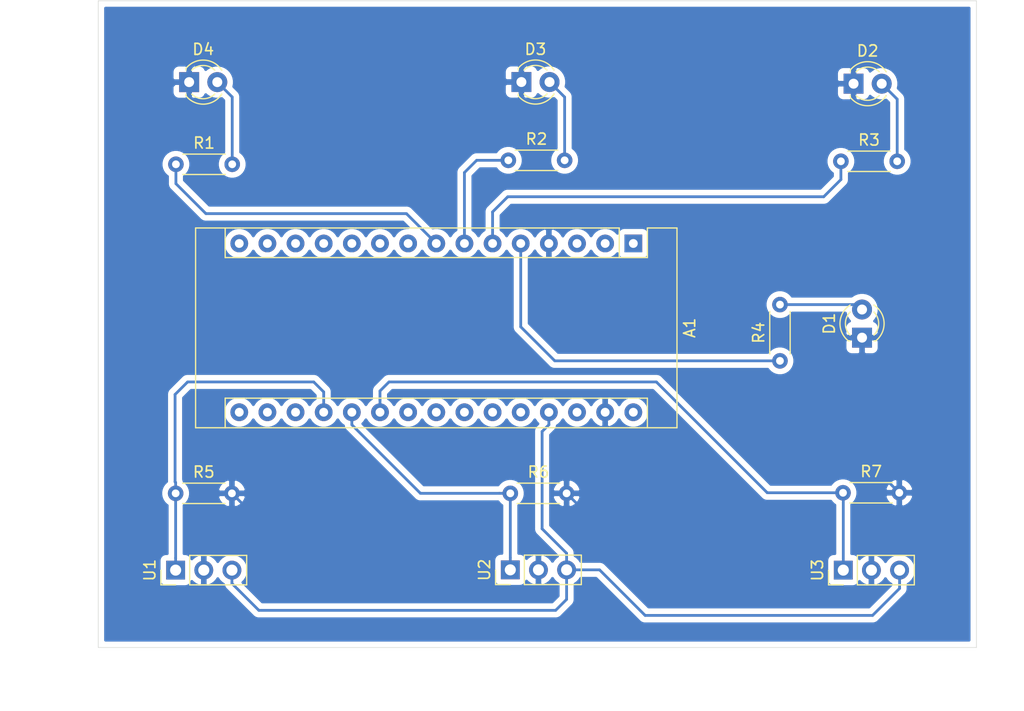
<source format=kicad_pcb>
(kicad_pcb (version 20171130) (host pcbnew "(5.1.5)-3")

  (general
    (thickness 1.6)
    (drawings 9)
    (tracks 112)
    (zones 0)
    (modules 15)
    (nets 34)
  )

  (page A4)
  (layers
    (0 F.Cu signal)
    (31 B.Cu signal)
    (32 B.Adhes user)
    (33 F.Adhes user)
    (34 B.Paste user)
    (35 F.Paste user)
    (36 B.SilkS user)
    (37 F.SilkS user)
    (38 B.Mask user)
    (39 F.Mask user)
    (40 Dwgs.User user)
    (41 Cmts.User user)
    (42 Eco1.User user)
    (43 Eco2.User user)
    (44 Edge.Cuts user)
    (45 Margin user)
    (46 B.CrtYd user)
    (47 F.CrtYd user)
    (48 B.Fab user)
    (49 F.Fab user)
  )

  (setup
    (last_trace_width 0.25)
    (trace_clearance 0.2)
    (zone_clearance 0.508)
    (zone_45_only no)
    (trace_min 0.2)
    (via_size 0.8)
    (via_drill 0.4)
    (via_min_size 0.4)
    (via_min_drill 0.3)
    (uvia_size 0.3)
    (uvia_drill 0.1)
    (uvias_allowed no)
    (uvia_min_size 0.2)
    (uvia_min_drill 0.1)
    (edge_width 0.05)
    (segment_width 0.2)
    (pcb_text_width 0.3)
    (pcb_text_size 1.5 1.5)
    (mod_edge_width 0.12)
    (mod_text_size 1 1)
    (mod_text_width 0.15)
    (pad_size 1.524 1.524)
    (pad_drill 0.762)
    (pad_to_mask_clearance 0.051)
    (solder_mask_min_width 0.25)
    (aux_axis_origin 0 0)
    (visible_elements 7FFFFFFF)
    (pcbplotparams
      (layerselection 0x010fc_ffffffff)
      (usegerberextensions false)
      (usegerberattributes false)
      (usegerberadvancedattributes false)
      (creategerberjobfile false)
      (excludeedgelayer true)
      (linewidth 0.100000)
      (plotframeref false)
      (viasonmask false)
      (mode 1)
      (useauxorigin false)
      (hpglpennumber 1)
      (hpglpenspeed 20)
      (hpglpendiameter 15.000000)
      (psnegative false)
      (psa4output false)
      (plotreference true)
      (plotvalue true)
      (plotinvisibletext false)
      (padsonsilk false)
      (subtractmaskfromsilk false)
      (outputformat 1)
      (mirror false)
      (drillshape 1)
      (scaleselection 1)
      (outputdirectory ""))
  )

  (net 0 "")
  (net 1 "Net-(A1-Pad16)")
  (net 2 "Net-(A1-Pad15)")
  (net 3 "Net-(A1-Pad30)")
  (net 4 "Net-(A1-Pad14)")
  (net 5 GND)
  (net 6 "Net-(A1-Pad13)")
  (net 7 "Net-(A1-Pad28)")
  (net 8 "Net-(A1-Pad12)")
  (net 9 "Net-(A1-Pad27)")
  (net 10 "Net-(A1-Pad11)")
  (net 11 "Net-(A1-Pad26)")
  (net 12 "Net-(A1-Pad10)")
  (net 13 "Net-(A1-Pad25)")
  (net 14 "Net-(A1-Pad9)")
  (net 15 "Net-(A1-Pad24)")
  (net 16 "Net-(A1-Pad8)")
  (net 17 "Net-(A1-Pad23)")
  (net 18 "Net-(A1-Pad7)")
  (net 19 "Net-(A1-Pad22)")
  (net 20 "Net-(A1-Pad6)")
  (net 21 "Net-(A1-Pad21)")
  (net 22 "Net-(A1-Pad5)")
  (net 23 "Net-(A1-Pad20)")
  (net 24 "Net-(A1-Pad19)")
  (net 25 "Net-(A1-Pad3)")
  (net 26 "Net-(A1-Pad18)")
  (net 27 "Net-(A1-Pad2)")
  (net 28 "Net-(A1-Pad17)")
  (net 29 "Net-(A1-Pad1)")
  (net 30 "Net-(D1-Pad2)")
  (net 31 "Net-(D2-Pad2)")
  (net 32 "Net-(D3-Pad2)")
  (net 33 "Net-(D4-Pad2)")

  (net_class Default "This is the default net class."
    (clearance 0.2)
    (trace_width 0.25)
    (via_dia 0.8)
    (via_drill 0.4)
    (uvia_dia 0.3)
    (uvia_drill 0.1)
    (add_net GND)
    (add_net "Net-(A1-Pad1)")
    (add_net "Net-(A1-Pad10)")
    (add_net "Net-(A1-Pad11)")
    (add_net "Net-(A1-Pad12)")
    (add_net "Net-(A1-Pad13)")
    (add_net "Net-(A1-Pad14)")
    (add_net "Net-(A1-Pad15)")
    (add_net "Net-(A1-Pad16)")
    (add_net "Net-(A1-Pad17)")
    (add_net "Net-(A1-Pad18)")
    (add_net "Net-(A1-Pad19)")
    (add_net "Net-(A1-Pad2)")
    (add_net "Net-(A1-Pad20)")
    (add_net "Net-(A1-Pad21)")
    (add_net "Net-(A1-Pad22)")
    (add_net "Net-(A1-Pad23)")
    (add_net "Net-(A1-Pad24)")
    (add_net "Net-(A1-Pad25)")
    (add_net "Net-(A1-Pad26)")
    (add_net "Net-(A1-Pad27)")
    (add_net "Net-(A1-Pad28)")
    (add_net "Net-(A1-Pad3)")
    (add_net "Net-(A1-Pad30)")
    (add_net "Net-(A1-Pad5)")
    (add_net "Net-(A1-Pad6)")
    (add_net "Net-(A1-Pad7)")
    (add_net "Net-(A1-Pad8)")
    (add_net "Net-(A1-Pad9)")
    (add_net "Net-(D1-Pad2)")
    (add_net "Net-(D2-Pad2)")
    (add_net "Net-(D3-Pad2)")
    (add_net "Net-(D4-Pad2)")
  )

  (module Connector_PinHeader_2.54mm:PinHeader_1x03_P2.54mm_Vertical (layer F.Cu) (tedit 59FED5CC) (tstamp 5E6F1588)
    (at 183.261 102.0318 90)
    (descr "Through hole straight pin header, 1x03, 2.54mm pitch, single row")
    (tags "Through hole pin header THT 1x03 2.54mm single row")
    (path /5E6F086B)
    (fp_text reference U3 (at 0 -2.33 90) (layer F.SilkS)
      (effects (font (size 1 1) (thickness 0.15)))
    )
    (fp_text value MPX5050DP (at 0 7.41 90) (layer F.Fab)
      (effects (font (size 1 1) (thickness 0.15)))
    )
    (fp_text user %R (at 0 2.54) (layer F.Fab)
      (effects (font (size 1 1) (thickness 0.15)))
    )
    (fp_line (start 1.8 -1.8) (end -1.8 -1.8) (layer F.CrtYd) (width 0.05))
    (fp_line (start 1.8 6.85) (end 1.8 -1.8) (layer F.CrtYd) (width 0.05))
    (fp_line (start -1.8 6.85) (end 1.8 6.85) (layer F.CrtYd) (width 0.05))
    (fp_line (start -1.8 -1.8) (end -1.8 6.85) (layer F.CrtYd) (width 0.05))
    (fp_line (start -1.33 -1.33) (end 0 -1.33) (layer F.SilkS) (width 0.12))
    (fp_line (start -1.33 0) (end -1.33 -1.33) (layer F.SilkS) (width 0.12))
    (fp_line (start -1.33 1.27) (end 1.33 1.27) (layer F.SilkS) (width 0.12))
    (fp_line (start 1.33 1.27) (end 1.33 6.41) (layer F.SilkS) (width 0.12))
    (fp_line (start -1.33 1.27) (end -1.33 6.41) (layer F.SilkS) (width 0.12))
    (fp_line (start -1.33 6.41) (end 1.33 6.41) (layer F.SilkS) (width 0.12))
    (fp_line (start -1.27 -0.635) (end -0.635 -1.27) (layer F.Fab) (width 0.1))
    (fp_line (start -1.27 6.35) (end -1.27 -0.635) (layer F.Fab) (width 0.1))
    (fp_line (start 1.27 6.35) (end -1.27 6.35) (layer F.Fab) (width 0.1))
    (fp_line (start 1.27 -1.27) (end 1.27 6.35) (layer F.Fab) (width 0.1))
    (fp_line (start -0.635 -1.27) (end 1.27 -1.27) (layer F.Fab) (width 0.1))
    (pad 3 thru_hole oval (at 0 5.08 90) (size 1.7 1.7) (drill 1) (layers *.Cu *.Mask)
      (net 9 "Net-(A1-Pad27)"))
    (pad 2 thru_hole oval (at 0 2.54 90) (size 1.7 1.7) (drill 1) (layers *.Cu *.Mask)
      (net 5 GND))
    (pad 1 thru_hole rect (at 0 0 90) (size 1.7 1.7) (drill 1) (layers *.Cu *.Mask)
      (net 21 "Net-(A1-Pad21)"))
    (model ${KISYS3DMOD}/Connector_PinHeader_2.54mm.3dshapes/PinHeader_1x03_P2.54mm_Vertical.wrl
      (at (xyz 0 0 0))
      (scale (xyz 1 1 1))
      (rotate (xyz 0 0 0))
    )
  )

  (module Connector_PinHeader_2.54mm:PinHeader_1x03_P2.54mm_Vertical (layer F.Cu) (tedit 59FED5CC) (tstamp 5E6F1712)
    (at 153.2128 102.0064 90)
    (descr "Through hole straight pin header, 1x03, 2.54mm pitch, single row")
    (tags "Through hole pin header THT 1x03 2.54mm single row")
    (path /5E6F03B7)
    (fp_text reference U2 (at 0 -2.33 90) (layer F.SilkS)
      (effects (font (size 1 1) (thickness 0.15)))
    )
    (fp_text value MPX5050DP (at 0 7.41 90) (layer F.Fab)
      (effects (font (size 1 1) (thickness 0.15)))
    )
    (fp_text user %R (at 0 2.54) (layer F.Fab)
      (effects (font (size 1 1) (thickness 0.15)))
    )
    (fp_line (start 1.8 -1.8) (end -1.8 -1.8) (layer F.CrtYd) (width 0.05))
    (fp_line (start 1.8 6.85) (end 1.8 -1.8) (layer F.CrtYd) (width 0.05))
    (fp_line (start -1.8 6.85) (end 1.8 6.85) (layer F.CrtYd) (width 0.05))
    (fp_line (start -1.8 -1.8) (end -1.8 6.85) (layer F.CrtYd) (width 0.05))
    (fp_line (start -1.33 -1.33) (end 0 -1.33) (layer F.SilkS) (width 0.12))
    (fp_line (start -1.33 0) (end -1.33 -1.33) (layer F.SilkS) (width 0.12))
    (fp_line (start -1.33 1.27) (end 1.33 1.27) (layer F.SilkS) (width 0.12))
    (fp_line (start 1.33 1.27) (end 1.33 6.41) (layer F.SilkS) (width 0.12))
    (fp_line (start -1.33 1.27) (end -1.33 6.41) (layer F.SilkS) (width 0.12))
    (fp_line (start -1.33 6.41) (end 1.33 6.41) (layer F.SilkS) (width 0.12))
    (fp_line (start -1.27 -0.635) (end -0.635 -1.27) (layer F.Fab) (width 0.1))
    (fp_line (start -1.27 6.35) (end -1.27 -0.635) (layer F.Fab) (width 0.1))
    (fp_line (start 1.27 6.35) (end -1.27 6.35) (layer F.Fab) (width 0.1))
    (fp_line (start 1.27 -1.27) (end 1.27 6.35) (layer F.Fab) (width 0.1))
    (fp_line (start -0.635 -1.27) (end 1.27 -1.27) (layer F.Fab) (width 0.1))
    (pad 3 thru_hole oval (at 0 5.08 90) (size 1.7 1.7) (drill 1) (layers *.Cu *.Mask)
      (net 9 "Net-(A1-Pad27)"))
    (pad 2 thru_hole oval (at 0 2.54 90) (size 1.7 1.7) (drill 1) (layers *.Cu *.Mask)
      (net 5 GND))
    (pad 1 thru_hole rect (at 0 0 90) (size 1.7 1.7) (drill 1) (layers *.Cu *.Mask)
      (net 23 "Net-(A1-Pad20)"))
    (model ${KISYS3DMOD}/Connector_PinHeader_2.54mm.3dshapes/PinHeader_1x03_P2.54mm_Vertical.wrl
      (at (xyz 0 0 0))
      (scale (xyz 1 1 1))
      (rotate (xyz 0 0 0))
    )
  )

  (module Connector_PinHeader_2.54mm:PinHeader_1x03_P2.54mm_Vertical (layer F.Cu) (tedit 59FED5CC) (tstamp 5E6F1782)
    (at 123.0122 102.0318 90)
    (descr "Through hole straight pin header, 1x03, 2.54mm pitch, single row")
    (tags "Through hole pin header THT 1x03 2.54mm single row")
    (path /5E6EEDAD)
    (fp_text reference U1 (at 0 -2.33 90) (layer F.SilkS)
      (effects (font (size 1 1) (thickness 0.15)))
    )
    (fp_text value MPX5050DP (at 0 7.41 90) (layer F.Fab)
      (effects (font (size 1 1) (thickness 0.15)))
    )
    (fp_text user %R (at 0 2.54) (layer F.Fab)
      (effects (font (size 1 1) (thickness 0.15)))
    )
    (fp_line (start 1.8 -1.8) (end -1.8 -1.8) (layer F.CrtYd) (width 0.05))
    (fp_line (start 1.8 6.85) (end 1.8 -1.8) (layer F.CrtYd) (width 0.05))
    (fp_line (start -1.8 6.85) (end 1.8 6.85) (layer F.CrtYd) (width 0.05))
    (fp_line (start -1.8 -1.8) (end -1.8 6.85) (layer F.CrtYd) (width 0.05))
    (fp_line (start -1.33 -1.33) (end 0 -1.33) (layer F.SilkS) (width 0.12))
    (fp_line (start -1.33 0) (end -1.33 -1.33) (layer F.SilkS) (width 0.12))
    (fp_line (start -1.33 1.27) (end 1.33 1.27) (layer F.SilkS) (width 0.12))
    (fp_line (start 1.33 1.27) (end 1.33 6.41) (layer F.SilkS) (width 0.12))
    (fp_line (start -1.33 1.27) (end -1.33 6.41) (layer F.SilkS) (width 0.12))
    (fp_line (start -1.33 6.41) (end 1.33 6.41) (layer F.SilkS) (width 0.12))
    (fp_line (start -1.27 -0.635) (end -0.635 -1.27) (layer F.Fab) (width 0.1))
    (fp_line (start -1.27 6.35) (end -1.27 -0.635) (layer F.Fab) (width 0.1))
    (fp_line (start 1.27 6.35) (end -1.27 6.35) (layer F.Fab) (width 0.1))
    (fp_line (start 1.27 -1.27) (end 1.27 6.35) (layer F.Fab) (width 0.1))
    (fp_line (start -0.635 -1.27) (end 1.27 -1.27) (layer F.Fab) (width 0.1))
    (pad 3 thru_hole oval (at 0 5.08 90) (size 1.7 1.7) (drill 1) (layers *.Cu *.Mask)
      (net 9 "Net-(A1-Pad27)"))
    (pad 2 thru_hole oval (at 0 2.54 90) (size 1.7 1.7) (drill 1) (layers *.Cu *.Mask)
      (net 5 GND))
    (pad 1 thru_hole rect (at 0 0 90) (size 1.7 1.7) (drill 1) (layers *.Cu *.Mask)
      (net 24 "Net-(A1-Pad19)"))
    (model ${KISYS3DMOD}/Connector_PinHeader_2.54mm.3dshapes/PinHeader_1x03_P2.54mm_Vertical.wrl
      (at (xyz 0 0 0))
      (scale (xyz 1 1 1))
      (rotate (xyz 0 0 0))
    )
  )

  (module Resistor_THT:R_Axial_DIN0204_L3.6mm_D1.6mm_P5.08mm_Horizontal (layer F.Cu) (tedit 5AE5139B) (tstamp 5E6F1ABE)
    (at 183.2356 95.0468)
    (descr "Resistor, Axial_DIN0204 series, Axial, Horizontal, pin pitch=5.08mm, 0.167W, length*diameter=3.6*1.6mm^2, http://cdn-reichelt.de/documents/datenblatt/B400/1_4W%23YAG.pdf")
    (tags "Resistor Axial_DIN0204 series Axial Horizontal pin pitch 5.08mm 0.167W length 3.6mm diameter 1.6mm")
    (path /5E6EBC19)
    (fp_text reference R7 (at 2.54 -1.92) (layer F.SilkS)
      (effects (font (size 1 1) (thickness 0.15)))
    )
    (fp_text value 10k (at 2.54 1.92) (layer F.Fab)
      (effects (font (size 1 1) (thickness 0.15)))
    )
    (fp_text user %R (at 2.54 0) (layer F.Fab)
      (effects (font (size 0.72 0.72) (thickness 0.108)))
    )
    (fp_line (start 6.03 -1.05) (end -0.95 -1.05) (layer F.CrtYd) (width 0.05))
    (fp_line (start 6.03 1.05) (end 6.03 -1.05) (layer F.CrtYd) (width 0.05))
    (fp_line (start -0.95 1.05) (end 6.03 1.05) (layer F.CrtYd) (width 0.05))
    (fp_line (start -0.95 -1.05) (end -0.95 1.05) (layer F.CrtYd) (width 0.05))
    (fp_line (start 0.62 0.92) (end 4.46 0.92) (layer F.SilkS) (width 0.12))
    (fp_line (start 0.62 -0.92) (end 4.46 -0.92) (layer F.SilkS) (width 0.12))
    (fp_line (start 5.08 0) (end 4.34 0) (layer F.Fab) (width 0.1))
    (fp_line (start 0 0) (end 0.74 0) (layer F.Fab) (width 0.1))
    (fp_line (start 4.34 -0.8) (end 0.74 -0.8) (layer F.Fab) (width 0.1))
    (fp_line (start 4.34 0.8) (end 4.34 -0.8) (layer F.Fab) (width 0.1))
    (fp_line (start 0.74 0.8) (end 4.34 0.8) (layer F.Fab) (width 0.1))
    (fp_line (start 0.74 -0.8) (end 0.74 0.8) (layer F.Fab) (width 0.1))
    (pad 2 thru_hole oval (at 5.08 0) (size 1.4 1.4) (drill 0.7) (layers *.Cu *.Mask)
      (net 5 GND))
    (pad 1 thru_hole circle (at 0 0) (size 1.4 1.4) (drill 0.7) (layers *.Cu *.Mask)
      (net 21 "Net-(A1-Pad21)"))
    (model ${KISYS3DMOD}/Resistor_THT.3dshapes/R_Axial_DIN0204_L3.6mm_D1.6mm_P5.08mm_Horizontal.wrl
      (at (xyz 0 0 0))
      (scale (xyz 1 1 1))
      (rotate (xyz 0 0 0))
    )
  )

  (module Resistor_THT:R_Axial_DIN0204_L3.6mm_D1.6mm_P5.08mm_Horizontal (layer F.Cu) (tedit 5AE5139B) (tstamp 5E6F1920)
    (at 153.2128 95.0976)
    (descr "Resistor, Axial_DIN0204 series, Axial, Horizontal, pin pitch=5.08mm, 0.167W, length*diameter=3.6*1.6mm^2, http://cdn-reichelt.de/documents/datenblatt/B400/1_4W%23YAG.pdf")
    (tags "Resistor Axial_DIN0204 series Axial Horizontal pin pitch 5.08mm 0.167W length 3.6mm diameter 1.6mm")
    (path /5E6EBABB)
    (fp_text reference R6 (at 2.54 -1.92) (layer F.SilkS)
      (effects (font (size 1 1) (thickness 0.15)))
    )
    (fp_text value 10k (at 2.54 1.92) (layer F.Fab)
      (effects (font (size 1 1) (thickness 0.15)))
    )
    (fp_text user %R (at 2.54 0) (layer F.Fab)
      (effects (font (size 0.72 0.72) (thickness 0.108)))
    )
    (fp_line (start 6.03 -1.05) (end -0.95 -1.05) (layer F.CrtYd) (width 0.05))
    (fp_line (start 6.03 1.05) (end 6.03 -1.05) (layer F.CrtYd) (width 0.05))
    (fp_line (start -0.95 1.05) (end 6.03 1.05) (layer F.CrtYd) (width 0.05))
    (fp_line (start -0.95 -1.05) (end -0.95 1.05) (layer F.CrtYd) (width 0.05))
    (fp_line (start 0.62 0.92) (end 4.46 0.92) (layer F.SilkS) (width 0.12))
    (fp_line (start 0.62 -0.92) (end 4.46 -0.92) (layer F.SilkS) (width 0.12))
    (fp_line (start 5.08 0) (end 4.34 0) (layer F.Fab) (width 0.1))
    (fp_line (start 0 0) (end 0.74 0) (layer F.Fab) (width 0.1))
    (fp_line (start 4.34 -0.8) (end 0.74 -0.8) (layer F.Fab) (width 0.1))
    (fp_line (start 4.34 0.8) (end 4.34 -0.8) (layer F.Fab) (width 0.1))
    (fp_line (start 0.74 0.8) (end 4.34 0.8) (layer F.Fab) (width 0.1))
    (fp_line (start 0.74 -0.8) (end 0.74 0.8) (layer F.Fab) (width 0.1))
    (pad 2 thru_hole oval (at 5.08 0) (size 1.4 1.4) (drill 0.7) (layers *.Cu *.Mask)
      (net 5 GND))
    (pad 1 thru_hole circle (at 0 0) (size 1.4 1.4) (drill 0.7) (layers *.Cu *.Mask)
      (net 23 "Net-(A1-Pad20)"))
    (model ${KISYS3DMOD}/Resistor_THT.3dshapes/R_Axial_DIN0204_L3.6mm_D1.6mm_P5.08mm_Horizontal.wrl
      (at (xyz 0 0 0))
      (scale (xyz 1 1 1))
      (rotate (xyz 0 0 0))
    )
  )

  (module Resistor_THT:R_Axial_DIN0204_L3.6mm_D1.6mm_P5.08mm_Horizontal (layer F.Cu) (tedit 5AE5139B) (tstamp 5E6F1A4F)
    (at 123.0122 95.0976)
    (descr "Resistor, Axial_DIN0204 series, Axial, Horizontal, pin pitch=5.08mm, 0.167W, length*diameter=3.6*1.6mm^2, http://cdn-reichelt.de/documents/datenblatt/B400/1_4W%23YAG.pdf")
    (tags "Resistor Axial_DIN0204 series Axial Horizontal pin pitch 5.08mm 0.167W length 3.6mm diameter 1.6mm")
    (path /5E6E9DF4)
    (fp_text reference R5 (at 2.54 -1.92) (layer F.SilkS)
      (effects (font (size 1 1) (thickness 0.15)))
    )
    (fp_text value 10k (at 2.54 1.92) (layer F.Fab)
      (effects (font (size 1 1) (thickness 0.15)))
    )
    (fp_text user %R (at 2.54 0) (layer F.Fab)
      (effects (font (size 0.72 0.72) (thickness 0.108)))
    )
    (fp_line (start 6.03 -1.05) (end -0.95 -1.05) (layer F.CrtYd) (width 0.05))
    (fp_line (start 6.03 1.05) (end 6.03 -1.05) (layer F.CrtYd) (width 0.05))
    (fp_line (start -0.95 1.05) (end 6.03 1.05) (layer F.CrtYd) (width 0.05))
    (fp_line (start -0.95 -1.05) (end -0.95 1.05) (layer F.CrtYd) (width 0.05))
    (fp_line (start 0.62 0.92) (end 4.46 0.92) (layer F.SilkS) (width 0.12))
    (fp_line (start 0.62 -0.92) (end 4.46 -0.92) (layer F.SilkS) (width 0.12))
    (fp_line (start 5.08 0) (end 4.34 0) (layer F.Fab) (width 0.1))
    (fp_line (start 0 0) (end 0.74 0) (layer F.Fab) (width 0.1))
    (fp_line (start 4.34 -0.8) (end 0.74 -0.8) (layer F.Fab) (width 0.1))
    (fp_line (start 4.34 0.8) (end 4.34 -0.8) (layer F.Fab) (width 0.1))
    (fp_line (start 0.74 0.8) (end 4.34 0.8) (layer F.Fab) (width 0.1))
    (fp_line (start 0.74 -0.8) (end 0.74 0.8) (layer F.Fab) (width 0.1))
    (pad 2 thru_hole oval (at 5.08 0) (size 1.4 1.4) (drill 0.7) (layers *.Cu *.Mask)
      (net 5 GND))
    (pad 1 thru_hole circle (at 0 0) (size 1.4 1.4) (drill 0.7) (layers *.Cu *.Mask)
      (net 24 "Net-(A1-Pad19)"))
    (model ${KISYS3DMOD}/Resistor_THT.3dshapes/R_Axial_DIN0204_L3.6mm_D1.6mm_P5.08mm_Horizontal.wrl
      (at (xyz 0 0 0))
      (scale (xyz 1 1 1))
      (rotate (xyz 0 0 0))
    )
  )

  (module Resistor_THT:R_Axial_DIN0204_L3.6mm_D1.6mm_P5.08mm_Horizontal (layer F.Cu) (tedit 5AE5139B) (tstamp 5E6F4765)
    (at 177.546 83.1342 90)
    (descr "Resistor, Axial_DIN0204 series, Axial, Horizontal, pin pitch=5.08mm, 0.167W, length*diameter=3.6*1.6mm^2, http://cdn-reichelt.de/documents/datenblatt/B400/1_4W%23YAG.pdf")
    (tags "Resistor Axial_DIN0204 series Axial Horizontal pin pitch 5.08mm 0.167W length 3.6mm diameter 1.6mm")
    (path /5E6FA17D)
    (fp_text reference R4 (at 2.54 -1.92 90) (layer F.SilkS)
      (effects (font (size 1 1) (thickness 0.15)))
    )
    (fp_text value 220R (at 2.54 1.92 90) (layer F.Fab)
      (effects (font (size 1 1) (thickness 0.15)))
    )
    (fp_text user %R (at 2.54 0 90) (layer F.Fab)
      (effects (font (size 0.72 0.72) (thickness 0.108)))
    )
    (fp_line (start 6.03 -1.05) (end -0.95 -1.05) (layer F.CrtYd) (width 0.05))
    (fp_line (start 6.03 1.05) (end 6.03 -1.05) (layer F.CrtYd) (width 0.05))
    (fp_line (start -0.95 1.05) (end 6.03 1.05) (layer F.CrtYd) (width 0.05))
    (fp_line (start -0.95 -1.05) (end -0.95 1.05) (layer F.CrtYd) (width 0.05))
    (fp_line (start 0.62 0.92) (end 4.46 0.92) (layer F.SilkS) (width 0.12))
    (fp_line (start 0.62 -0.92) (end 4.46 -0.92) (layer F.SilkS) (width 0.12))
    (fp_line (start 5.08 0) (end 4.34 0) (layer F.Fab) (width 0.1))
    (fp_line (start 0 0) (end 0.74 0) (layer F.Fab) (width 0.1))
    (fp_line (start 4.34 -0.8) (end 0.74 -0.8) (layer F.Fab) (width 0.1))
    (fp_line (start 4.34 0.8) (end 4.34 -0.8) (layer F.Fab) (width 0.1))
    (fp_line (start 0.74 0.8) (end 4.34 0.8) (layer F.Fab) (width 0.1))
    (fp_line (start 0.74 -0.8) (end 0.74 0.8) (layer F.Fab) (width 0.1))
    (pad 2 thru_hole oval (at 5.08 0 90) (size 1.4 1.4) (drill 0.7) (layers *.Cu *.Mask)
      (net 30 "Net-(D1-Pad2)"))
    (pad 1 thru_hole circle (at 0 0 90) (size 1.4 1.4) (drill 0.7) (layers *.Cu *.Mask)
      (net 22 "Net-(A1-Pad5)"))
    (model ${KISYS3DMOD}/Resistor_THT.3dshapes/R_Axial_DIN0204_L3.6mm_D1.6mm_P5.08mm_Horizontal.wrl
      (at (xyz 0 0 0))
      (scale (xyz 1 1 1))
      (rotate (xyz 0 0 0))
    )
  )

  (module Resistor_THT:R_Axial_DIN0204_L3.6mm_D1.6mm_P5.08mm_Horizontal (layer F.Cu) (tedit 5AE5139B) (tstamp 5E6F28B6)
    (at 183.0451 65.1129)
    (descr "Resistor, Axial_DIN0204 series, Axial, Horizontal, pin pitch=5.08mm, 0.167W, length*diameter=3.6*1.6mm^2, http://cdn-reichelt.de/documents/datenblatt/B400/1_4W%23YAG.pdf")
    (tags "Resistor Axial_DIN0204 series Axial Horizontal pin pitch 5.08mm 0.167W length 3.6mm diameter 1.6mm")
    (path /5E6FA04D)
    (fp_text reference R3 (at 2.54 -1.92) (layer F.SilkS)
      (effects (font (size 1 1) (thickness 0.15)))
    )
    (fp_text value 220R (at 2.54 1.92) (layer F.Fab)
      (effects (font (size 1 1) (thickness 0.15)))
    )
    (fp_text user %R (at 2.54 0) (layer F.Fab)
      (effects (font (size 0.72 0.72) (thickness 0.108)))
    )
    (fp_line (start 6.03 -1.05) (end -0.95 -1.05) (layer F.CrtYd) (width 0.05))
    (fp_line (start 6.03 1.05) (end 6.03 -1.05) (layer F.CrtYd) (width 0.05))
    (fp_line (start -0.95 1.05) (end 6.03 1.05) (layer F.CrtYd) (width 0.05))
    (fp_line (start -0.95 -1.05) (end -0.95 1.05) (layer F.CrtYd) (width 0.05))
    (fp_line (start 0.62 0.92) (end 4.46 0.92) (layer F.SilkS) (width 0.12))
    (fp_line (start 0.62 -0.92) (end 4.46 -0.92) (layer F.SilkS) (width 0.12))
    (fp_line (start 5.08 0) (end 4.34 0) (layer F.Fab) (width 0.1))
    (fp_line (start 0 0) (end 0.74 0) (layer F.Fab) (width 0.1))
    (fp_line (start 4.34 -0.8) (end 0.74 -0.8) (layer F.Fab) (width 0.1))
    (fp_line (start 4.34 0.8) (end 4.34 -0.8) (layer F.Fab) (width 0.1))
    (fp_line (start 0.74 0.8) (end 4.34 0.8) (layer F.Fab) (width 0.1))
    (fp_line (start 0.74 -0.8) (end 0.74 0.8) (layer F.Fab) (width 0.1))
    (pad 2 thru_hole oval (at 5.08 0) (size 1.4 1.4) (drill 0.7) (layers *.Cu *.Mask)
      (net 31 "Net-(D2-Pad2)"))
    (pad 1 thru_hole circle (at 0 0) (size 1.4 1.4) (drill 0.7) (layers *.Cu *.Mask)
      (net 20 "Net-(A1-Pad6)"))
    (model ${KISYS3DMOD}/Resistor_THT.3dshapes/R_Axial_DIN0204_L3.6mm_D1.6mm_P5.08mm_Horizontal.wrl
      (at (xyz 0 0 0))
      (scale (xyz 1 1 1))
      (rotate (xyz 0 0 0))
    )
  )

  (module Resistor_THT:R_Axial_DIN0204_L3.6mm_D1.6mm_P5.08mm_Horizontal (layer F.Cu) (tedit 5AE5139B) (tstamp 5E6F294B)
    (at 153.035 65.024)
    (descr "Resistor, Axial_DIN0204 series, Axial, Horizontal, pin pitch=5.08mm, 0.167W, length*diameter=3.6*1.6mm^2, http://cdn-reichelt.de/documents/datenblatt/B400/1_4W%23YAG.pdf")
    (tags "Resistor Axial_DIN0204 series Axial Horizontal pin pitch 5.08mm 0.167W length 3.6mm diameter 1.6mm")
    (path /5E6F9E2C)
    (fp_text reference R2 (at 2.54 -1.92) (layer F.SilkS)
      (effects (font (size 1 1) (thickness 0.15)))
    )
    (fp_text value 220R (at 2.54 1.92) (layer F.Fab)
      (effects (font (size 1 1) (thickness 0.15)))
    )
    (fp_text user %R (at 2.54 0) (layer F.Fab)
      (effects (font (size 0.72 0.72) (thickness 0.108)))
    )
    (fp_line (start 6.03 -1.05) (end -0.95 -1.05) (layer F.CrtYd) (width 0.05))
    (fp_line (start 6.03 1.05) (end 6.03 -1.05) (layer F.CrtYd) (width 0.05))
    (fp_line (start -0.95 1.05) (end 6.03 1.05) (layer F.CrtYd) (width 0.05))
    (fp_line (start -0.95 -1.05) (end -0.95 1.05) (layer F.CrtYd) (width 0.05))
    (fp_line (start 0.62 0.92) (end 4.46 0.92) (layer F.SilkS) (width 0.12))
    (fp_line (start 0.62 -0.92) (end 4.46 -0.92) (layer F.SilkS) (width 0.12))
    (fp_line (start 5.08 0) (end 4.34 0) (layer F.Fab) (width 0.1))
    (fp_line (start 0 0) (end 0.74 0) (layer F.Fab) (width 0.1))
    (fp_line (start 4.34 -0.8) (end 0.74 -0.8) (layer F.Fab) (width 0.1))
    (fp_line (start 4.34 0.8) (end 4.34 -0.8) (layer F.Fab) (width 0.1))
    (fp_line (start 0.74 0.8) (end 4.34 0.8) (layer F.Fab) (width 0.1))
    (fp_line (start 0.74 -0.8) (end 0.74 0.8) (layer F.Fab) (width 0.1))
    (pad 2 thru_hole oval (at 5.08 0) (size 1.4 1.4) (drill 0.7) (layers *.Cu *.Mask)
      (net 32 "Net-(D3-Pad2)"))
    (pad 1 thru_hole circle (at 0 0) (size 1.4 1.4) (drill 0.7) (layers *.Cu *.Mask)
      (net 18 "Net-(A1-Pad7)"))
    (model ${KISYS3DMOD}/Resistor_THT.3dshapes/R_Axial_DIN0204_L3.6mm_D1.6mm_P5.08mm_Horizontal.wrl
      (at (xyz 0 0 0))
      (scale (xyz 1 1 1))
      (rotate (xyz 0 0 0))
    )
  )

  (module Resistor_THT:R_Axial_DIN0204_L3.6mm_D1.6mm_P5.08mm_Horizontal (layer F.Cu) (tedit 5AE5139B) (tstamp 5E6EFDBC)
    (at 123.0382 65.3838)
    (descr "Resistor, Axial_DIN0204 series, Axial, Horizontal, pin pitch=5.08mm, 0.167W, length*diameter=3.6*1.6mm^2, http://cdn-reichelt.de/documents/datenblatt/B400/1_4W%23YAG.pdf")
    (tags "Resistor Axial_DIN0204 series Axial Horizontal pin pitch 5.08mm 0.167W length 3.6mm diameter 1.6mm")
    (path /5E6F97D3)
    (fp_text reference R1 (at 2.54 -1.92) (layer F.SilkS)
      (effects (font (size 1 1) (thickness 0.15)))
    )
    (fp_text value 220R (at 2.54 1.92) (layer F.Fab)
      (effects (font (size 1 1) (thickness 0.15)))
    )
    (fp_text user %R (at 2.54 0) (layer F.Fab)
      (effects (font (size 0.72 0.72) (thickness 0.108)))
    )
    (fp_line (start 6.03 -1.05) (end -0.95 -1.05) (layer F.CrtYd) (width 0.05))
    (fp_line (start 6.03 1.05) (end 6.03 -1.05) (layer F.CrtYd) (width 0.05))
    (fp_line (start -0.95 1.05) (end 6.03 1.05) (layer F.CrtYd) (width 0.05))
    (fp_line (start -0.95 -1.05) (end -0.95 1.05) (layer F.CrtYd) (width 0.05))
    (fp_line (start 0.62 0.92) (end 4.46 0.92) (layer F.SilkS) (width 0.12))
    (fp_line (start 0.62 -0.92) (end 4.46 -0.92) (layer F.SilkS) (width 0.12))
    (fp_line (start 5.08 0) (end 4.34 0) (layer F.Fab) (width 0.1))
    (fp_line (start 0 0) (end 0.74 0) (layer F.Fab) (width 0.1))
    (fp_line (start 4.34 -0.8) (end 0.74 -0.8) (layer F.Fab) (width 0.1))
    (fp_line (start 4.34 0.8) (end 4.34 -0.8) (layer F.Fab) (width 0.1))
    (fp_line (start 0.74 0.8) (end 4.34 0.8) (layer F.Fab) (width 0.1))
    (fp_line (start 0.74 -0.8) (end 0.74 0.8) (layer F.Fab) (width 0.1))
    (pad 2 thru_hole oval (at 5.08 0) (size 1.4 1.4) (drill 0.7) (layers *.Cu *.Mask)
      (net 33 "Net-(D4-Pad2)"))
    (pad 1 thru_hole circle (at 0 0) (size 1.4 1.4) (drill 0.7) (layers *.Cu *.Mask)
      (net 16 "Net-(A1-Pad8)"))
    (model ${KISYS3DMOD}/Resistor_THT.3dshapes/R_Axial_DIN0204_L3.6mm_D1.6mm_P5.08mm_Horizontal.wrl
      (at (xyz 0 0 0))
      (scale (xyz 1 1 1))
      (rotate (xyz 0 0 0))
    )
  )

  (module LED_THT:LED_D3.0mm (layer F.Cu) (tedit 587A3A7B) (tstamp 5E6EFDA9)
    (at 124.2314 57.9628)
    (descr "LED, diameter 3.0mm, 2 pins")
    (tags "LED diameter 3.0mm 2 pins")
    (path /5E6FCAAD)
    (fp_text reference D4 (at 1.27 -2.96) (layer F.SilkS)
      (effects (font (size 1 1) (thickness 0.15)))
    )
    (fp_text value SensorLED1 (at 1.27 2.96) (layer F.Fab)
      (effects (font (size 1 1) (thickness 0.15)))
    )
    (fp_line (start 3.7 -2.25) (end -1.15 -2.25) (layer F.CrtYd) (width 0.05))
    (fp_line (start 3.7 2.25) (end 3.7 -2.25) (layer F.CrtYd) (width 0.05))
    (fp_line (start -1.15 2.25) (end 3.7 2.25) (layer F.CrtYd) (width 0.05))
    (fp_line (start -1.15 -2.25) (end -1.15 2.25) (layer F.CrtYd) (width 0.05))
    (fp_line (start -0.29 1.08) (end -0.29 1.236) (layer F.SilkS) (width 0.12))
    (fp_line (start -0.29 -1.236) (end -0.29 -1.08) (layer F.SilkS) (width 0.12))
    (fp_line (start -0.23 -1.16619) (end -0.23 1.16619) (layer F.Fab) (width 0.1))
    (fp_circle (center 1.27 0) (end 2.77 0) (layer F.Fab) (width 0.1))
    (fp_arc (start 1.27 0) (end 0.229039 1.08) (angle -87.9) (layer F.SilkS) (width 0.12))
    (fp_arc (start 1.27 0) (end 0.229039 -1.08) (angle 87.9) (layer F.SilkS) (width 0.12))
    (fp_arc (start 1.27 0) (end -0.29 1.235516) (angle -108.8) (layer F.SilkS) (width 0.12))
    (fp_arc (start 1.27 0) (end -0.29 -1.235516) (angle 108.8) (layer F.SilkS) (width 0.12))
    (fp_arc (start 1.27 0) (end -0.23 -1.16619) (angle 284.3) (layer F.Fab) (width 0.1))
    (pad 2 thru_hole circle (at 2.54 0) (size 1.8 1.8) (drill 0.9) (layers *.Cu *.Mask)
      (net 33 "Net-(D4-Pad2)"))
    (pad 1 thru_hole rect (at 0 0) (size 1.8 1.8) (drill 0.9) (layers *.Cu *.Mask)
      (net 5 GND))
    (model ${KISYS3DMOD}/LED_THT.3dshapes/LED_D3.0mm.wrl
      (at (xyz 0 0 0))
      (scale (xyz 1 1 1))
      (rotate (xyz 0 0 0))
    )
  )

  (module LED_THT:LED_D3.0mm (layer F.Cu) (tedit 587A3A7B) (tstamp 5E6EFD96)
    (at 154.21356 57.95518)
    (descr "LED, diameter 3.0mm, 2 pins")
    (tags "LED diameter 3.0mm 2 pins")
    (path /5E6FE220)
    (fp_text reference D3 (at 1.27 -2.96) (layer F.SilkS)
      (effects (font (size 1 1) (thickness 0.15)))
    )
    (fp_text value SensorLED2 (at 1.27 2.96) (layer F.Fab)
      (effects (font (size 1 1) (thickness 0.15)))
    )
    (fp_line (start 3.7 -2.25) (end -1.15 -2.25) (layer F.CrtYd) (width 0.05))
    (fp_line (start 3.7 2.25) (end 3.7 -2.25) (layer F.CrtYd) (width 0.05))
    (fp_line (start -1.15 2.25) (end 3.7 2.25) (layer F.CrtYd) (width 0.05))
    (fp_line (start -1.15 -2.25) (end -1.15 2.25) (layer F.CrtYd) (width 0.05))
    (fp_line (start -0.29 1.08) (end -0.29 1.236) (layer F.SilkS) (width 0.12))
    (fp_line (start -0.29 -1.236) (end -0.29 -1.08) (layer F.SilkS) (width 0.12))
    (fp_line (start -0.23 -1.16619) (end -0.23 1.16619) (layer F.Fab) (width 0.1))
    (fp_circle (center 1.27 0) (end 2.77 0) (layer F.Fab) (width 0.1))
    (fp_arc (start 1.27 0) (end 0.229039 1.08) (angle -87.9) (layer F.SilkS) (width 0.12))
    (fp_arc (start 1.27 0) (end 0.229039 -1.08) (angle 87.9) (layer F.SilkS) (width 0.12))
    (fp_arc (start 1.27 0) (end -0.29 1.235516) (angle -108.8) (layer F.SilkS) (width 0.12))
    (fp_arc (start 1.27 0) (end -0.29 -1.235516) (angle 108.8) (layer F.SilkS) (width 0.12))
    (fp_arc (start 1.27 0) (end -0.23 -1.16619) (angle 284.3) (layer F.Fab) (width 0.1))
    (pad 2 thru_hole circle (at 2.54 0) (size 1.8 1.8) (drill 0.9) (layers *.Cu *.Mask)
      (net 32 "Net-(D3-Pad2)"))
    (pad 1 thru_hole rect (at 0 0) (size 1.8 1.8) (drill 0.9) (layers *.Cu *.Mask)
      (net 5 GND))
    (model ${KISYS3DMOD}/LED_THT.3dshapes/LED_D3.0mm.wrl
      (at (xyz 0 0 0))
      (scale (xyz 1 1 1))
      (rotate (xyz 0 0 0))
    )
  )

  (module LED_THT:LED_D3.0mm (layer F.Cu) (tedit 587A3A7B) (tstamp 5E6F125A)
    (at 184.1881 58.10504)
    (descr "LED, diameter 3.0mm, 2 pins")
    (tags "LED diameter 3.0mm 2 pins")
    (path /5E6FEB38)
    (fp_text reference D2 (at 1.27 -2.96) (layer F.SilkS)
      (effects (font (size 1 1) (thickness 0.15)))
    )
    (fp_text value SensorLED3 (at 1.27 2.96) (layer F.Fab)
      (effects (font (size 1 1) (thickness 0.15)))
    )
    (fp_line (start 3.7 -2.25) (end -1.15 -2.25) (layer F.CrtYd) (width 0.05))
    (fp_line (start 3.7 2.25) (end 3.7 -2.25) (layer F.CrtYd) (width 0.05))
    (fp_line (start -1.15 2.25) (end 3.7 2.25) (layer F.CrtYd) (width 0.05))
    (fp_line (start -1.15 -2.25) (end -1.15 2.25) (layer F.CrtYd) (width 0.05))
    (fp_line (start -0.29 1.08) (end -0.29 1.236) (layer F.SilkS) (width 0.12))
    (fp_line (start -0.29 -1.236) (end -0.29 -1.08) (layer F.SilkS) (width 0.12))
    (fp_line (start -0.23 -1.16619) (end -0.23 1.16619) (layer F.Fab) (width 0.1))
    (fp_circle (center 1.27 0) (end 2.77 0) (layer F.Fab) (width 0.1))
    (fp_arc (start 1.27 0) (end 0.229039 1.08) (angle -87.9) (layer F.SilkS) (width 0.12))
    (fp_arc (start 1.27 0) (end 0.229039 -1.08) (angle 87.9) (layer F.SilkS) (width 0.12))
    (fp_arc (start 1.27 0) (end -0.29 1.235516) (angle -108.8) (layer F.SilkS) (width 0.12))
    (fp_arc (start 1.27 0) (end -0.29 -1.235516) (angle 108.8) (layer F.SilkS) (width 0.12))
    (fp_arc (start 1.27 0) (end -0.23 -1.16619) (angle 284.3) (layer F.Fab) (width 0.1))
    (pad 2 thru_hole circle (at 2.54 0) (size 1.8 1.8) (drill 0.9) (layers *.Cu *.Mask)
      (net 31 "Net-(D2-Pad2)"))
    (pad 1 thru_hole rect (at 0 0) (size 1.8 1.8) (drill 0.9) (layers *.Cu *.Mask)
      (net 5 GND))
    (model ${KISYS3DMOD}/LED_THT.3dshapes/LED_D3.0mm.wrl
      (at (xyz 0 0 0))
      (scale (xyz 1 1 1))
      (rotate (xyz 0 0 0))
    )
  )

  (module LED_THT:LED_D3.0mm (layer F.Cu) (tedit 587A3A7B) (tstamp 5E6EFD70)
    (at 184.9532 81.0388 90)
    (descr "LED, diameter 3.0mm, 2 pins")
    (tags "LED diameter 3.0mm 2 pins")
    (path /5E7009DE)
    (fp_text reference D1 (at 1.27 -2.96 90) (layer F.SilkS)
      (effects (font (size 1 1) (thickness 0.15)))
    )
    (fp_text value Enable-LED (at 1.27 2.96 90) (layer F.Fab)
      (effects (font (size 1 1) (thickness 0.15)))
    )
    (fp_line (start 3.7 -2.25) (end -1.15 -2.25) (layer F.CrtYd) (width 0.05))
    (fp_line (start 3.7 2.25) (end 3.7 -2.25) (layer F.CrtYd) (width 0.05))
    (fp_line (start -1.15 2.25) (end 3.7 2.25) (layer F.CrtYd) (width 0.05))
    (fp_line (start -1.15 -2.25) (end -1.15 2.25) (layer F.CrtYd) (width 0.05))
    (fp_line (start -0.29 1.08) (end -0.29 1.236) (layer F.SilkS) (width 0.12))
    (fp_line (start -0.29 -1.236) (end -0.29 -1.08) (layer F.SilkS) (width 0.12))
    (fp_line (start -0.23 -1.16619) (end -0.23 1.16619) (layer F.Fab) (width 0.1))
    (fp_circle (center 1.27 0) (end 2.77 0) (layer F.Fab) (width 0.1))
    (fp_arc (start 1.27 0) (end 0.229039 1.08) (angle -87.9) (layer F.SilkS) (width 0.12))
    (fp_arc (start 1.27 0) (end 0.229039 -1.08) (angle 87.9) (layer F.SilkS) (width 0.12))
    (fp_arc (start 1.27 0) (end -0.29 1.235516) (angle -108.8) (layer F.SilkS) (width 0.12))
    (fp_arc (start 1.27 0) (end -0.29 -1.235516) (angle 108.8) (layer F.SilkS) (width 0.12))
    (fp_arc (start 1.27 0) (end -0.23 -1.16619) (angle 284.3) (layer F.Fab) (width 0.1))
    (pad 2 thru_hole circle (at 2.54 0 90) (size 1.8 1.8) (drill 0.9) (layers *.Cu *.Mask)
      (net 30 "Net-(D1-Pad2)"))
    (pad 1 thru_hole rect (at 0 0 90) (size 1.8 1.8) (drill 0.9) (layers *.Cu *.Mask)
      (net 5 GND))
    (model ${KISYS3DMOD}/LED_THT.3dshapes/LED_D3.0mm.wrl
      (at (xyz 0 0 0))
      (scale (xyz 1 1 1))
      (rotate (xyz 0 0 0))
    )
  )

  (module Module:Arduino_Nano (layer F.Cu) (tedit 58ACAF70) (tstamp 5E6F5DCF)
    (at 164.3132 72.5338 270)
    (descr "Arduino Nano, http://www.mouser.com/pdfdocs/Gravitech_Arduino_Nano3_0.pdf")
    (tags "Arduino Nano")
    (path /5E6E8155)
    (fp_text reference A1 (at 7.62 -5.08 90) (layer F.SilkS)
      (effects (font (size 1 1) (thickness 0.15)))
    )
    (fp_text value Arduino_Nano_v3.x (at 8.89 19.05) (layer F.Fab)
      (effects (font (size 1 1) (thickness 0.15)))
    )
    (fp_line (start 16.75 42.16) (end -1.53 42.16) (layer F.CrtYd) (width 0.05))
    (fp_line (start 16.75 42.16) (end 16.75 -4.06) (layer F.CrtYd) (width 0.05))
    (fp_line (start -1.53 -4.06) (end -1.53 42.16) (layer F.CrtYd) (width 0.05))
    (fp_line (start -1.53 -4.06) (end 16.75 -4.06) (layer F.CrtYd) (width 0.05))
    (fp_line (start 16.51 -3.81) (end 16.51 39.37) (layer F.Fab) (width 0.1))
    (fp_line (start 0 -3.81) (end 16.51 -3.81) (layer F.Fab) (width 0.1))
    (fp_line (start -1.27 -2.54) (end 0 -3.81) (layer F.Fab) (width 0.1))
    (fp_line (start -1.27 39.37) (end -1.27 -2.54) (layer F.Fab) (width 0.1))
    (fp_line (start 16.51 39.37) (end -1.27 39.37) (layer F.Fab) (width 0.1))
    (fp_line (start 16.64 -3.94) (end -1.4 -3.94) (layer F.SilkS) (width 0.12))
    (fp_line (start 16.64 39.5) (end 16.64 -3.94) (layer F.SilkS) (width 0.12))
    (fp_line (start -1.4 39.5) (end 16.64 39.5) (layer F.SilkS) (width 0.12))
    (fp_line (start 3.81 41.91) (end 3.81 31.75) (layer F.Fab) (width 0.1))
    (fp_line (start 11.43 41.91) (end 3.81 41.91) (layer F.Fab) (width 0.1))
    (fp_line (start 11.43 31.75) (end 11.43 41.91) (layer F.Fab) (width 0.1))
    (fp_line (start 3.81 31.75) (end 11.43 31.75) (layer F.Fab) (width 0.1))
    (fp_line (start 1.27 36.83) (end -1.4 36.83) (layer F.SilkS) (width 0.12))
    (fp_line (start 1.27 1.27) (end 1.27 36.83) (layer F.SilkS) (width 0.12))
    (fp_line (start 1.27 1.27) (end -1.4 1.27) (layer F.SilkS) (width 0.12))
    (fp_line (start 13.97 36.83) (end 16.64 36.83) (layer F.SilkS) (width 0.12))
    (fp_line (start 13.97 -1.27) (end 13.97 36.83) (layer F.SilkS) (width 0.12))
    (fp_line (start 13.97 -1.27) (end 16.64 -1.27) (layer F.SilkS) (width 0.12))
    (fp_line (start -1.4 -3.94) (end -1.4 -1.27) (layer F.SilkS) (width 0.12))
    (fp_line (start -1.4 1.27) (end -1.4 39.5) (layer F.SilkS) (width 0.12))
    (fp_line (start 1.27 -1.27) (end -1.4 -1.27) (layer F.SilkS) (width 0.12))
    (fp_line (start 1.27 1.27) (end 1.27 -1.27) (layer F.SilkS) (width 0.12))
    (fp_text user %R (at 6.35 19.05) (layer F.Fab)
      (effects (font (size 1 1) (thickness 0.15)))
    )
    (pad 16 thru_hole oval (at 15.24 35.56 270) (size 1.6 1.6) (drill 0.8) (layers *.Cu *.Mask)
      (net 1 "Net-(A1-Pad16)"))
    (pad 15 thru_hole oval (at 0 35.56 270) (size 1.6 1.6) (drill 0.8) (layers *.Cu *.Mask)
      (net 2 "Net-(A1-Pad15)"))
    (pad 30 thru_hole oval (at 15.24 0 270) (size 1.6 1.6) (drill 0.8) (layers *.Cu *.Mask)
      (net 3 "Net-(A1-Pad30)"))
    (pad 14 thru_hole oval (at 0 33.02 270) (size 1.6 1.6) (drill 0.8) (layers *.Cu *.Mask)
      (net 4 "Net-(A1-Pad14)"))
    (pad 29 thru_hole oval (at 15.24 2.54 270) (size 1.6 1.6) (drill 0.8) (layers *.Cu *.Mask)
      (net 5 GND))
    (pad 13 thru_hole oval (at 0 30.48 270) (size 1.6 1.6) (drill 0.8) (layers *.Cu *.Mask)
      (net 6 "Net-(A1-Pad13)"))
    (pad 28 thru_hole oval (at 15.24 5.08 270) (size 1.6 1.6) (drill 0.8) (layers *.Cu *.Mask)
      (net 7 "Net-(A1-Pad28)"))
    (pad 12 thru_hole oval (at 0 27.94 270) (size 1.6 1.6) (drill 0.8) (layers *.Cu *.Mask)
      (net 8 "Net-(A1-Pad12)"))
    (pad 27 thru_hole oval (at 15.24 7.62 270) (size 1.6 1.6) (drill 0.8) (layers *.Cu *.Mask)
      (net 9 "Net-(A1-Pad27)"))
    (pad 11 thru_hole oval (at 0 25.4 270) (size 1.6 1.6) (drill 0.8) (layers *.Cu *.Mask)
      (net 10 "Net-(A1-Pad11)"))
    (pad 26 thru_hole oval (at 15.24 10.16 270) (size 1.6 1.6) (drill 0.8) (layers *.Cu *.Mask)
      (net 11 "Net-(A1-Pad26)"))
    (pad 10 thru_hole oval (at 0 22.86 270) (size 1.6 1.6) (drill 0.8) (layers *.Cu *.Mask)
      (net 12 "Net-(A1-Pad10)"))
    (pad 25 thru_hole oval (at 15.24 12.7 270) (size 1.6 1.6) (drill 0.8) (layers *.Cu *.Mask)
      (net 13 "Net-(A1-Pad25)"))
    (pad 9 thru_hole oval (at 0 20.32 270) (size 1.6 1.6) (drill 0.8) (layers *.Cu *.Mask)
      (net 14 "Net-(A1-Pad9)"))
    (pad 24 thru_hole oval (at 15.24 15.24 270) (size 1.6 1.6) (drill 0.8) (layers *.Cu *.Mask)
      (net 15 "Net-(A1-Pad24)"))
    (pad 8 thru_hole oval (at 0 17.78 270) (size 1.6 1.6) (drill 0.8) (layers *.Cu *.Mask)
      (net 16 "Net-(A1-Pad8)"))
    (pad 23 thru_hole oval (at 15.24 17.78 270) (size 1.6 1.6) (drill 0.8) (layers *.Cu *.Mask)
      (net 17 "Net-(A1-Pad23)"))
    (pad 7 thru_hole oval (at 0 15.24 270) (size 1.6 1.6) (drill 0.8) (layers *.Cu *.Mask)
      (net 18 "Net-(A1-Pad7)"))
    (pad 22 thru_hole oval (at 15.24 20.32 270) (size 1.6 1.6) (drill 0.8) (layers *.Cu *.Mask)
      (net 19 "Net-(A1-Pad22)"))
    (pad 6 thru_hole oval (at 0 12.7 270) (size 1.6 1.6) (drill 0.8) (layers *.Cu *.Mask)
      (net 20 "Net-(A1-Pad6)"))
    (pad 21 thru_hole oval (at 15.24 22.86 270) (size 1.6 1.6) (drill 0.8) (layers *.Cu *.Mask)
      (net 21 "Net-(A1-Pad21)"))
    (pad 5 thru_hole oval (at 0 10.16 270) (size 1.6 1.6) (drill 0.8) (layers *.Cu *.Mask)
      (net 22 "Net-(A1-Pad5)"))
    (pad 20 thru_hole oval (at 15.24 25.4 270) (size 1.6 1.6) (drill 0.8) (layers *.Cu *.Mask)
      (net 23 "Net-(A1-Pad20)"))
    (pad 4 thru_hole oval (at 0 7.62 270) (size 1.6 1.6) (drill 0.8) (layers *.Cu *.Mask)
      (net 5 GND))
    (pad 19 thru_hole oval (at 15.24 27.94 270) (size 1.6 1.6) (drill 0.8) (layers *.Cu *.Mask)
      (net 24 "Net-(A1-Pad19)"))
    (pad 3 thru_hole oval (at 0 5.08 270) (size 1.6 1.6) (drill 0.8) (layers *.Cu *.Mask)
      (net 25 "Net-(A1-Pad3)"))
    (pad 18 thru_hole oval (at 15.24 30.48 270) (size 1.6 1.6) (drill 0.8) (layers *.Cu *.Mask)
      (net 26 "Net-(A1-Pad18)"))
    (pad 2 thru_hole oval (at 0 2.54 270) (size 1.6 1.6) (drill 0.8) (layers *.Cu *.Mask)
      (net 27 "Net-(A1-Pad2)"))
    (pad 17 thru_hole oval (at 15.24 33.02 270) (size 1.6 1.6) (drill 0.8) (layers *.Cu *.Mask)
      (net 28 "Net-(A1-Pad17)"))
    (pad 1 thru_hole rect (at 0 0 270) (size 1.6 1.6) (drill 0.8) (layers *.Cu *.Mask)
      (net 29 "Net-(A1-Pad1)"))
    (model ${KISYS3DMOD}/Module.3dshapes/Arduino_Nano_WithMountingHoles.wrl
      (at (xyz 0 0 0))
      (scale (xyz 1 1 1))
      (rotate (xyz 0 0 0))
    )
  )

  (dimension 58.3946 (width 0.15) (layer Dwgs.User) (tstamp 5E6F5E4F)
    (gr_text "58.395 mm" (at 110.8283 79.8195 270) (layer Dwgs.User) (tstamp 5E6F5E50)
      (effects (font (size 1 1) (thickness 0.15)))
    )
    (feature1 (pts (xy 116.0272 109.0168) (xy 111.541879 109.0168)))
    (feature2 (pts (xy 116.0272 50.6222) (xy 111.541879 50.6222)))
    (crossbar (pts (xy 112.1283 50.6222) (xy 112.1283 109.0168)))
    (arrow1a (pts (xy 112.1283 109.0168) (xy 111.541879 107.890296)))
    (arrow1b (pts (xy 112.1283 109.0168) (xy 112.714721 107.890296)))
    (arrow2a (pts (xy 112.1283 50.6222) (xy 111.541879 51.748704)))
    (arrow2b (pts (xy 112.1283 50.6222) (xy 112.714721 51.748704)))
  )
  (dimension 5.08 (width 0.15) (layer Dwgs.User)
    (gr_text "5.080 mm" (at 118.5672 105.507) (layer Dwgs.User)
      (effects (font (size 1 1) (thickness 0.15)))
    )
    (feature1 (pts (xy 121.1072 109.0168) (xy 121.1072 106.220579)))
    (feature2 (pts (xy 116.0272 109.0168) (xy 116.0272 106.220579)))
    (crossbar (pts (xy 116.0272 106.807) (xy 121.1072 106.807)))
    (arrow1a (pts (xy 121.1072 106.807) (xy 119.980696 107.393421)))
    (arrow1b (pts (xy 121.1072 106.807) (xy 119.980696 106.220579)))
    (arrow2a (pts (xy 116.0272 106.807) (xy 117.153704 107.393421)))
    (arrow2b (pts (xy 116.0272 106.807) (xy 117.153704 106.220579)))
  )
  (gr_line (start 195.2752 109.0168) (end 195.2752 50.6222) (layer Edge.Cuts) (width 0.05) (tstamp 5E6F5E4B))
  (gr_line (start 116.0272 50.6222) (end 116.0272 109.0168) (layer Edge.Cuts) (width 0.05) (tstamp 5E6F5E48))
  (dimension 4.080801 (width 0.15) (layer Dwgs.User)
    (gr_text "4.081 mm" (at 180.642804 85.87005 -0.03510082113) (layer Dwgs.User)
      (effects (font (size 1 1) (thickness 0.15)))
    )
    (feature1 (pts (xy 182.684825 83.225039) (xy 182.683641 85.15772)))
    (feature2 (pts (xy 178.604025 83.222539) (xy 178.602841 85.15522)))
    (crossbar (pts (xy 178.6032 84.5688) (xy 182.684 84.5713)))
    (arrow1a (pts (xy 182.684 84.5713) (xy 181.557137 85.157031)))
    (arrow1b (pts (xy 182.684 84.5713) (xy 181.557856 83.984189)))
    (arrow2a (pts (xy 178.6032 84.5688) (xy 179.729344 85.155911)))
    (arrow2b (pts (xy 178.6032 84.5688) (xy 179.730063 83.983069)))
  )
  (dimension 5.08 (width 0.15) (layer Dwgs.User)
    (gr_text "5.080 mm" (at 198.2262 106.4641 90) (layer Dwgs.User)
      (effects (font (size 1 1) (thickness 0.15)))
    )
    (feature1 (pts (xy 195.2752 103.9241) (xy 197.512621 103.9241)))
    (feature2 (pts (xy 195.2752 109.0041) (xy 197.512621 109.0041)))
    (crossbar (pts (xy 196.9262 109.0041) (xy 196.9262 103.9241)))
    (arrow1a (pts (xy 196.9262 103.9241) (xy 197.512621 105.050604)))
    (arrow1b (pts (xy 196.9262 103.9241) (xy 196.339779 105.050604)))
    (arrow2a (pts (xy 196.9262 109.0041) (xy 197.512621 107.877596)))
    (arrow2b (pts (xy 196.9262 109.0041) (xy 196.339779 107.877596)))
  )
  (dimension 69.088 (width 0.15) (layer Dwgs.User)
    (gr_text "69.088 mm" (at 155.6512 115.3968) (layer Dwgs.User)
      (effects (font (size 1 1) (thickness 0.15)))
    )
    (feature1 (pts (xy 190.1952 109.0168) (xy 190.1952 114.683221)))
    (feature2 (pts (xy 121.1072 109.0168) (xy 121.1072 114.683221)))
    (crossbar (pts (xy 121.1072 114.0968) (xy 190.1952 114.0968)))
    (arrow1a (pts (xy 190.1952 114.0968) (xy 189.068696 114.683221)))
    (arrow1b (pts (xy 190.1952 114.0968) (xy 189.068696 113.510379)))
    (arrow2a (pts (xy 121.1072 114.0968) (xy 122.233704 114.683221)))
    (arrow2b (pts (xy 121.1072 114.0968) (xy 122.233704 113.510379)))
  )
  (gr_line (start 116.0272 50.6222) (end 195.2752 50.6222) (layer Edge.Cuts) (width 0.05) (tstamp 5E6F2A6A))
  (gr_line (start 195.2752 109.0168) (end 116.0272 109.0168) (layer Edge.Cuts) (width 0.05) (tstamp 5E6F0ED8))

  (segment (start 185.801 99.31654) (end 185.801 102.0318) (width 0.25) (layer B.Cu) (net 5))
  (segment (start 188.31814 96.7994) (end 185.801 99.31654) (width 0.25) (layer B.Cu) (net 5))
  (segment (start 188.3156 95.0468) (end 188.3156 96.036749) (width 0.25) (layer B.Cu) (net 5))
  (segment (start 188.31814 96.039289) (end 188.31814 96.7994) (width 0.25) (layer B.Cu) (net 5))
  (segment (start 188.3156 96.036749) (end 188.31814 96.039289) (width 0.25) (layer B.Cu) (net 5))
  (segment (start 154.21356 57.95518) (end 146.92376 57.95518) (width 0.25) (layer B.Cu) (net 5))
  (segment (start 146.92376 57.95518) (end 143.9037 54.93512) (width 0.25) (layer B.Cu) (net 5))
  (segment (start 124.2314 56.8128) (end 124.2314 57.9628) (width 0.25) (layer B.Cu) (net 5))
  (segment (start 126.10908 54.93512) (end 124.2314 56.8128) (width 0.25) (layer B.Cu) (net 5))
  (segment (start 143.9037 54.93512) (end 126.10908 54.93512) (width 0.25) (layer B.Cu) (net 5))
  (segment (start 154.21356 56.80518) (end 155.86518 55.15356) (width 0.25) (layer B.Cu) (net 5))
  (segment (start 154.21356 57.95518) (end 154.21356 56.80518) (width 0.25) (layer B.Cu) (net 5))
  (segment (start 155.86518 55.15356) (end 182.80634 55.15356) (width 0.25) (layer B.Cu) (net 5))
  (segment (start 184.1881 56.53532) (end 184.1881 58.10504) (width 0.25) (layer B.Cu) (net 5))
  (segment (start 161.7732 87.7738) (end 161.7732 94.2588) (width 0.25) (layer B.Cu) (net 5) (tstamp 5E6F5D91))
  (segment (start 160.9344 95.0976) (end 158.2928 95.0976) (width 0.25) (layer B.Cu) (net 5))
  (segment (start 161.7732 94.2588) (end 160.9344 95.0976) (width 0.25) (layer B.Cu) (net 5))
  (segment (start 125.5522 102.0318) (end 125.5522 99.568) (width 0.25) (layer B.Cu) (net 5))
  (segment (start 128.0922 97.028) (end 128.0922 95.0976) (width 0.25) (layer B.Cu) (net 5))
  (segment (start 125.5522 99.568) (end 128.0922 97.028) (width 0.25) (layer B.Cu) (net 5))
  (segment (start 184.9532 91.6844) (end 184.9532 81.0388) (width 0.25) (layer B.Cu) (net 5) (tstamp 5E6F5D8E))
  (segment (start 188.3156 95.0468) (end 184.9532 91.6844) (width 0.25) (layer B.Cu) (net 5))
  (segment (start 186.1032 81.0388) (end 190.3476 76.7944) (width 0.25) (layer B.Cu) (net 5))
  (segment (start 184.9532 81.0388) (end 186.1032 81.0388) (width 0.25) (layer B.Cu) (net 5))
  (segment (start 190.3476 76.7944) (end 190.3476 57.7088) (width 0.25) (layer B.Cu) (net 5))
  (segment (start 190.3476 57.7088) (end 187.7314 55.0926) (width 0.25) (layer B.Cu) (net 5))
  (segment (start 187.7314 55.0926) (end 185.6232 55.0926) (width 0.25) (layer B.Cu) (net 5))
  (segment (start 182.80634 55.15356) (end 184.1754 56.5404) (width 0.25) (layer B.Cu) (net 5))
  (segment (start 185.6232 55.0926) (end 184.1754 56.5404) (width 0.25) (layer B.Cu) (net 5))
  (segment (start 184.1754 56.5404) (end 184.1881 56.53532) (width 0.25) (layer B.Cu) (net 5))
  (segment (start 183.8032 81.0388) (end 183.7906 81.0514) (width 0.25) (layer B.Cu) (net 5))
  (segment (start 184.9532 81.0388) (end 183.8032 81.0388) (width 0.25) (layer B.Cu) (net 5))
  (segment (start 183.7906 81.0514) (end 158.9278 81.0514) (width 0.25) (layer B.Cu) (net 5))
  (segment (start 156.6932 78.8168) (end 156.6932 72.5338) (width 0.25) (layer B.Cu) (net 5))
  (segment (start 158.9278 81.0514) (end 156.6932 78.8168) (width 0.25) (layer B.Cu) (net 5))
  (segment (start 155.7528 103.208481) (end 154.567281 104.394) (width 0.25) (layer B.Cu) (net 5))
  (segment (start 155.7528 102.0064) (end 155.7528 103.208481) (width 0.25) (layer B.Cu) (net 5))
  (segment (start 137.3886 104.394) (end 128.0922 95.0976) (width 0.25) (layer B.Cu) (net 5))
  (segment (start 154.567281 104.394) (end 137.3886 104.394) (width 0.25) (layer B.Cu) (net 5))
  (segment (start 185.801 103.233881) (end 184.640881 104.394) (width 0.25) (layer B.Cu) (net 5))
  (segment (start 185.801 102.0318) (end 185.801 103.233881) (width 0.25) (layer B.Cu) (net 5))
  (segment (start 167.5892 104.394) (end 158.2928 95.0976) (width 0.25) (layer B.Cu) (net 5))
  (segment (start 184.640881 104.394) (end 167.5892 104.394) (width 0.25) (layer B.Cu) (net 5))
  (segment (start 123.0814 57.9628) (end 120.0658 60.9784) (width 0.25) (layer B.Cu) (net 5))
  (segment (start 124.2314 57.9628) (end 123.0814 57.9628) (width 0.25) (layer B.Cu) (net 5))
  (segment (start 120.0658 60.9784) (end 120.0658 104.0892) (width 0.25) (layer B.Cu) (net 5) (tstamp 5E6F5D82))
  (segment (start 120.0658 104.0892) (end 121.7168 105.7402) (width 0.25) (layer B.Cu) (net 5))
  (segment (start 121.7168 105.7402) (end 124.1298 105.7402) (width 0.25) (layer B.Cu) (net 5))
  (segment (start 125.5522 104.3178) (end 125.5522 102.0318) (width 0.25) (layer B.Cu) (net 5))
  (segment (start 124.1298 105.7402) (end 125.5522 104.3178) (width 0.25) (layer B.Cu) (net 5))
  (segment (start 128.0922 103.233881) (end 130.522319 105.664) (width 0.25) (layer B.Cu) (net 9))
  (segment (start 128.0922 102.0318) (end 128.0922 103.233881) (width 0.25) (layer B.Cu) (net 9))
  (segment (start 130.522319 105.664) (end 157.3022 105.664) (width 0.25) (layer B.Cu) (net 9))
  (segment (start 158.2928 104.6734) (end 158.2928 102.0064) (width 0.25) (layer B.Cu) (net 9))
  (segment (start 157.3022 105.664) (end 158.2928 104.6734) (width 0.25) (layer B.Cu) (net 9))
  (segment (start 158.2928 102.0064) (end 161.2646 102.0064) (width 0.25) (layer B.Cu) (net 9))
  (segment (start 161.2646 102.0064) (end 165.3794 106.1212) (width 0.25) (layer B.Cu) (net 9))
  (segment (start 165.3794 106.1212) (end 185.9026 106.1212) (width 0.25) (layer B.Cu) (net 9))
  (segment (start 188.341 103.6828) (end 188.341 102.0318) (width 0.25) (layer B.Cu) (net 9))
  (segment (start 185.9026 106.1212) (end 188.341 103.6828) (width 0.25) (layer B.Cu) (net 9))
  (segment (start 156.6932 88.90517) (end 156.083 89.51537) (width 0.25) (layer B.Cu) (net 9))
  (segment (start 156.6932 87.7738) (end 156.6932 88.90517) (width 0.25) (layer B.Cu) (net 9) (tstamp 5E6F5D88))
  (segment (start 156.083 89.51537) (end 156.083 98.298) (width 0.25) (layer B.Cu) (net 9))
  (segment (start 158.2928 100.5078) (end 158.2928 102.0064) (width 0.25) (layer B.Cu) (net 9))
  (segment (start 156.083 98.298) (end 158.2928 100.5078) (width 0.25) (layer B.Cu) (net 9))
  (segment (start 123.0382 65.3838) (end 123.0382 67.1328) (width 0.25) (layer B.Cu) (net 16))
  (segment (start 123.0382 67.1328) (end 125.7427 69.8373) (width 0.25) (layer B.Cu) (net 16))
  (segment (start 143.8367 69.8373) (end 146.5332 72.5338) (width 0.25) (layer B.Cu) (net 16))
  (segment (start 125.7427 69.8373) (end 143.8367 69.8373) (width 0.25) (layer B.Cu) (net 16))
  (segment (start 149.0732 72.5338) (end 149.0732 66.1283) (width 0.25) (layer B.Cu) (net 18))
  (segment (start 150.1775 65.024) (end 153.035 65.024) (width 0.25) (layer B.Cu) (net 18))
  (segment (start 149.0732 66.1283) (end 150.1775 65.024) (width 0.25) (layer B.Cu) (net 18))
  (segment (start 151.6132 72.5338) (end 151.6132 69.6843) (width 0.25) (layer B.Cu) (net 20))
  (segment (start 151.6132 69.6843) (end 152.9842 68.3133) (width 0.25) (layer B.Cu) (net 20))
  (segment (start 152.9842 68.3133) (end 181.4957 68.3133) (width 0.25) (layer B.Cu) (net 20))
  (segment (start 183.0451 66.7639) (end 183.0451 65.1129) (width 0.25) (layer B.Cu) (net 20))
  (segment (start 181.4957 68.3133) (end 183.0451 66.7639) (width 0.25) (layer B.Cu) (net 20))
  (segment (start 183.261 95.0722) (end 183.2356 95.0468) (width 0.25) (layer B.Cu) (net 21))
  (segment (start 183.261 102.0318) (end 183.261 95.0722) (width 0.25) (layer B.Cu) (net 21))
  (segment (start 141.4532 86.64243) (end 141.4526 86.64183) (width 0.25) (layer B.Cu) (net 21))
  (segment (start 141.4532 87.7738) (end 141.4532 86.64243) (width 0.25) (layer B.Cu) (net 21) (tstamp 5E6F5D85))
  (segment (start 141.4526 86.64183) (end 141.4526 85.852) (width 0.25) (layer B.Cu) (net 21))
  (segment (start 141.4526 85.852) (end 142.2654 85.0392) (width 0.25) (layer B.Cu) (net 21))
  (segment (start 142.2654 85.0392) (end 166.3954 85.0392) (width 0.25) (layer B.Cu) (net 21))
  (segment (start 176.403 95.0468) (end 183.2356 95.0468) (width 0.25) (layer B.Cu) (net 21))
  (segment (start 166.3954 85.0392) (end 176.403 95.0468) (width 0.25) (layer B.Cu) (net 21) (tstamp 5E6F5D79))
  (segment (start 154.1532 72.5338) (end 154.1532 80.0614) (width 0.25) (layer B.Cu) (net 22))
  (segment (start 157.226 83.1342) (end 177.546 83.1342) (width 0.25) (layer B.Cu) (net 22))
  (segment (start 154.1532 80.0614) (end 157.226 83.1342) (width 0.25) (layer B.Cu) (net 22))
  (segment (start 152.222851 95.0976) (end 153.2128 95.0976) (width 0.25) (layer B.Cu) (net 23))
  (segment (start 145.10563 95.0976) (end 152.222851 95.0976) (width 0.25) (layer B.Cu) (net 23))
  (segment (start 138.9132 88.90517) (end 145.10563 95.0976) (width 0.25) (layer B.Cu) (net 23))
  (segment (start 138.9132 87.7738) (end 138.9132 88.90517) (width 0.25) (layer B.Cu) (net 23) (tstamp 5E6F5D7F))
  (segment (start 153.2128 100.9064) (end 153.2128 95.0976) (width 0.25) (layer B.Cu) (net 23))
  (segment (start 153.2128 102.0064) (end 153.2128 100.9064) (width 0.25) (layer B.Cu) (net 23))
  (segment (start 123.0122 94.107651) (end 122.9614 94.056851) (width 0.25) (layer B.Cu) (net 24))
  (segment (start 123.0122 95.0976) (end 123.0122 94.107651) (width 0.25) (layer B.Cu) (net 24))
  (segment (start 122.9614 94.056851) (end 122.9614 86.1695) (width 0.25) (layer B.Cu) (net 24) (tstamp 5E6F5D7C))
  (segment (start 122.9614 86.1695) (end 124.0917 85.0392) (width 0.25) (layer B.Cu) (net 24))
  (segment (start 124.0917 85.0392) (end 135.4709 85.0392) (width 0.25) (layer B.Cu) (net 24))
  (segment (start 136.3732 85.9415) (end 136.3732 87.7738) (width 0.25) (layer B.Cu) (net 24) (tstamp 5E6F5D8B))
  (segment (start 135.4709 85.0392) (end 136.3732 85.9415) (width 0.25) (layer B.Cu) (net 24))
  (segment (start 123.0122 100.9318) (end 123.0122 95.0976) (width 0.25) (layer B.Cu) (net 24))
  (segment (start 123.0122 102.0318) (end 123.0122 100.9318) (width 0.25) (layer B.Cu) (net 24))
  (segment (start 184.5086 78.0542) (end 184.9532 78.4988) (width 0.25) (layer B.Cu) (net 30))
  (segment (start 177.546 78.0542) (end 184.5086 78.0542) (width 0.25) (layer B.Cu) (net 30))
  (segment (start 188.1251 59.50204) (end 186.7281 58.10504) (width 0.25) (layer B.Cu) (net 31))
  (segment (start 188.1251 65.1129) (end 188.1251 59.50204) (width 0.25) (layer B.Cu) (net 31))
  (segment (start 158.115 59.31662) (end 156.75356 57.95518) (width 0.25) (layer B.Cu) (net 32))
  (segment (start 158.115 65.024) (end 158.115 59.31662) (width 0.25) (layer B.Cu) (net 32))
  (segment (start 128.1182 59.3096) (end 126.7714 57.9628) (width 0.25) (layer B.Cu) (net 33))
  (segment (start 128.1182 65.3838) (end 128.1182 59.3096) (width 0.25) (layer B.Cu) (net 33))

  (zone (net 5) (net_name GND) (layer B.Cu) (tstamp 5E6F5E54) (hatch edge 0.508)
    (connect_pads (clearance 0.508))
    (min_thickness 0.254)
    (fill yes (arc_segments 32) (thermal_gap 0.508) (thermal_bridge_width 0.508))
    (polygon
      (pts
        (xy 195.2498 109.0168) (xy 116.0272 108.9914) (xy 116.0272 50.6222) (xy 195.2752 50.6222)
      )
    )
    (filled_polygon
      (pts
        (xy 194.6152 108.3568) (xy 116.6872 108.3568) (xy 116.6872 101.1818) (xy 121.524128 101.1818) (xy 121.524128 102.8818)
        (xy 121.536388 103.006282) (xy 121.572698 103.12598) (xy 121.631663 103.236294) (xy 121.711015 103.332985) (xy 121.807706 103.412337)
        (xy 121.91802 103.471302) (xy 122.037718 103.507612) (xy 122.1622 103.519872) (xy 123.8622 103.519872) (xy 123.986682 103.507612)
        (xy 124.10638 103.471302) (xy 124.216694 103.412337) (xy 124.313385 103.332985) (xy 124.392737 103.236294) (xy 124.451702 103.12598)
        (xy 124.476166 103.045334) (xy 124.551931 103.129388) (xy 124.78528 103.303441) (xy 125.048101 103.428625) (xy 125.19531 103.473276)
        (xy 125.4252 103.351955) (xy 125.4252 102.1588) (xy 125.4052 102.1588) (xy 125.4052 101.9048) (xy 125.4252 101.9048)
        (xy 125.4252 100.711645) (xy 125.19531 100.590324) (xy 125.048101 100.634975) (xy 124.78528 100.760159) (xy 124.551931 100.934212)
        (xy 124.476166 101.018266) (xy 124.451702 100.93762) (xy 124.392737 100.827306) (xy 124.313385 100.730615) (xy 124.216694 100.651263)
        (xy 124.10638 100.592298) (xy 123.986682 100.555988) (xy 123.8622 100.543728) (xy 123.7722 100.543728) (xy 123.7722 96.195375)
        (xy 123.863213 96.134562) (xy 124.049162 95.948613) (xy 124.195261 95.729959) (xy 124.295896 95.487005) (xy 124.30705 95.430929)
        (xy 126.799484 95.430929) (xy 126.832153 95.538644) (xy 126.942408 95.775992) (xy 127.096849 95.98727) (xy 127.28954 96.164359)
        (xy 127.513077 96.300453) (xy 127.75887 96.390322) (xy 127.9652 96.267801) (xy 127.9652 95.2246) (xy 128.2192 95.2246)
        (xy 128.2192 96.267801) (xy 128.42553 96.390322) (xy 128.671323 96.300453) (xy 128.89486 96.164359) (xy 129.087551 95.98727)
        (xy 129.241992 95.775992) (xy 129.352247 95.538644) (xy 129.384916 95.430929) (xy 129.261574 95.2246) (xy 128.2192 95.2246)
        (xy 127.9652 95.2246) (xy 126.922826 95.2246) (xy 126.799484 95.430929) (xy 124.30705 95.430929) (xy 124.3472 95.229086)
        (xy 124.3472 94.966114) (xy 124.307051 94.764271) (xy 126.799484 94.764271) (xy 126.922826 94.9706) (xy 127.9652 94.9706)
        (xy 127.9652 93.927399) (xy 128.2192 93.927399) (xy 128.2192 94.9706) (xy 129.261574 94.9706) (xy 129.384916 94.764271)
        (xy 129.352247 94.656556) (xy 129.241992 94.419208) (xy 129.087551 94.20793) (xy 128.89486 94.030841) (xy 128.671323 93.894747)
        (xy 128.42553 93.804878) (xy 128.2192 93.927399) (xy 127.9652 93.927399) (xy 127.75887 93.804878) (xy 127.513077 93.894747)
        (xy 127.28954 94.030841) (xy 127.096849 94.20793) (xy 126.942408 94.419208) (xy 126.832153 94.656556) (xy 126.799484 94.764271)
        (xy 124.307051 94.764271) (xy 124.295896 94.708195) (xy 124.195261 94.465241) (xy 124.049162 94.246587) (xy 123.863213 94.060638)
        (xy 123.764768 93.99486) (xy 123.761203 93.958665) (xy 123.7214 93.82745) (xy 123.7214 86.484301) (xy 124.406502 85.7992)
        (xy 135.156099 85.7992) (xy 135.6132 86.256302) (xy 135.6132 86.555756) (xy 135.458441 86.659163) (xy 135.258563 86.859041)
        (xy 135.1032 87.091559) (xy 134.947837 86.859041) (xy 134.747959 86.659163) (xy 134.512927 86.50212) (xy 134.251774 86.393947)
        (xy 133.974535 86.3388) (xy 133.691865 86.3388) (xy 133.414626 86.393947) (xy 133.153473 86.50212) (xy 132.918441 86.659163)
        (xy 132.718563 86.859041) (xy 132.5632 87.091559) (xy 132.407837 86.859041) (xy 132.207959 86.659163) (xy 131.972927 86.50212)
        (xy 131.711774 86.393947) (xy 131.434535 86.3388) (xy 131.151865 86.3388) (xy 130.874626 86.393947) (xy 130.613473 86.50212)
        (xy 130.378441 86.659163) (xy 130.178563 86.859041) (xy 130.0232 87.091559) (xy 129.867837 86.859041) (xy 129.667959 86.659163)
        (xy 129.432927 86.50212) (xy 129.171774 86.393947) (xy 128.894535 86.3388) (xy 128.611865 86.3388) (xy 128.334626 86.393947)
        (xy 128.073473 86.50212) (xy 127.838441 86.659163) (xy 127.638563 86.859041) (xy 127.48152 87.094073) (xy 127.373347 87.355226)
        (xy 127.3182 87.632465) (xy 127.3182 87.915135) (xy 127.373347 88.192374) (xy 127.48152 88.453527) (xy 127.638563 88.688559)
        (xy 127.838441 88.888437) (xy 128.073473 89.04548) (xy 128.334626 89.153653) (xy 128.611865 89.2088) (xy 128.894535 89.2088)
        (xy 129.171774 89.153653) (xy 129.432927 89.04548) (xy 129.667959 88.888437) (xy 129.867837 88.688559) (xy 130.0232 88.456041)
        (xy 130.178563 88.688559) (xy 130.378441 88.888437) (xy 130.613473 89.04548) (xy 130.874626 89.153653) (xy 131.151865 89.2088)
        (xy 131.434535 89.2088) (xy 131.711774 89.153653) (xy 131.972927 89.04548) (xy 132.207959 88.888437) (xy 132.407837 88.688559)
        (xy 132.5632 88.456041) (xy 132.718563 88.688559) (xy 132.918441 88.888437) (xy 133.153473 89.04548) (xy 133.414626 89.153653)
        (xy 133.691865 89.2088) (xy 133.974535 89.2088) (xy 134.251774 89.153653) (xy 134.512927 89.04548) (xy 134.747959 88.888437)
        (xy 134.947837 88.688559) (xy 135.1032 88.456041) (xy 135.258563 88.688559) (xy 135.458441 88.888437) (xy 135.693473 89.04548)
        (xy 135.954626 89.153653) (xy 136.231865 89.2088) (xy 136.514535 89.2088) (xy 136.791774 89.153653) (xy 137.052927 89.04548)
        (xy 137.287959 88.888437) (xy 137.487837 88.688559) (xy 137.6432 88.456041) (xy 137.798563 88.688559) (xy 137.998441 88.888437)
        (xy 138.158403 88.99532) (xy 138.164198 89.054156) (xy 138.175403 89.091094) (xy 138.207654 89.197416) (xy 138.278226 89.329446)
        (xy 138.349401 89.416172) (xy 138.3732 89.445171) (xy 138.402198 89.468969) (xy 144.541835 95.608608) (xy 144.565629 95.637601)
        (xy 144.594622 95.661395) (xy 144.594626 95.661399) (xy 144.650404 95.707174) (xy 144.681354 95.732574) (xy 144.813383 95.803146)
        (xy 144.956644 95.846603) (xy 145.068297 95.8576) (xy 145.068306 95.8576) (xy 145.105629 95.861276) (xy 145.142952 95.8576)
        (xy 152.115025 95.8576) (xy 152.175838 95.948613) (xy 152.361787 96.134562) (xy 152.452801 96.195375) (xy 152.4528 100.518328)
        (xy 152.3628 100.518328) (xy 152.238318 100.530588) (xy 152.11862 100.566898) (xy 152.008306 100.625863) (xy 151.911615 100.705215)
        (xy 151.832263 100.801906) (xy 151.773298 100.91222) (xy 151.736988 101.031918) (xy 151.724728 101.1564) (xy 151.724728 102.8564)
        (xy 151.736988 102.980882) (xy 151.773298 103.10058) (xy 151.832263 103.210894) (xy 151.911615 103.307585) (xy 152.008306 103.386937)
        (xy 152.11862 103.445902) (xy 152.238318 103.482212) (xy 152.3628 103.494472) (xy 154.0628 103.494472) (xy 154.187282 103.482212)
        (xy 154.30698 103.445902) (xy 154.417294 103.386937) (xy 154.513985 103.307585) (xy 154.593337 103.210894) (xy 154.652302 103.10058)
        (xy 154.676766 103.019934) (xy 154.752531 103.103988) (xy 154.98588 103.278041) (xy 155.248701 103.403225) (xy 155.39591 103.447876)
        (xy 155.6258 103.326555) (xy 155.6258 102.1334) (xy 155.6058 102.1334) (xy 155.6058 101.8794) (xy 155.6258 101.8794)
        (xy 155.6258 100.686245) (xy 155.39591 100.564924) (xy 155.248701 100.609575) (xy 154.98588 100.734759) (xy 154.752531 100.908812)
        (xy 154.676766 100.992866) (xy 154.652302 100.91222) (xy 154.593337 100.801906) (xy 154.513985 100.705215) (xy 154.417294 100.625863)
        (xy 154.30698 100.566898) (xy 154.187282 100.530588) (xy 154.0628 100.518328) (xy 153.9728 100.518328) (xy 153.9728 96.195375)
        (xy 154.063813 96.134562) (xy 154.249762 95.948613) (xy 154.395861 95.729959) (xy 154.496496 95.487005) (xy 154.5478 95.229086)
        (xy 154.5478 94.966114) (xy 154.496496 94.708195) (xy 154.395861 94.465241) (xy 154.249762 94.246587) (xy 154.063813 94.060638)
        (xy 153.845159 93.914539) (xy 153.602205 93.813904) (xy 153.344286 93.7626) (xy 153.081314 93.7626) (xy 152.823395 93.813904)
        (xy 152.580441 93.914539) (xy 152.361787 94.060638) (xy 152.175838 94.246587) (xy 152.115025 94.3376) (xy 145.420433 94.3376)
        (xy 139.899614 88.816782) (xy 140.027837 88.688559) (xy 140.1832 88.456041) (xy 140.338563 88.688559) (xy 140.538441 88.888437)
        (xy 140.773473 89.04548) (xy 141.034626 89.153653) (xy 141.311865 89.2088) (xy 141.594535 89.2088) (xy 141.871774 89.153653)
        (xy 142.132927 89.04548) (xy 142.367959 88.888437) (xy 142.567837 88.688559) (xy 142.7232 88.456041) (xy 142.878563 88.688559)
        (xy 143.078441 88.888437) (xy 143.313473 89.04548) (xy 143.574626 89.153653) (xy 143.851865 89.2088) (xy 144.134535 89.2088)
        (xy 144.411774 89.153653) (xy 144.672927 89.04548) (xy 144.907959 88.888437) (xy 145.107837 88.688559) (xy 145.2632 88.456041)
        (xy 145.418563 88.688559) (xy 145.618441 88.888437) (xy 145.853473 89.04548) (xy 146.114626 89.153653) (xy 146.391865 89.2088)
        (xy 146.674535 89.2088) (xy 146.951774 89.153653) (xy 147.212927 89.04548) (xy 147.447959 88.888437) (xy 147.647837 88.688559)
        (xy 147.8032 88.456041) (xy 147.958563 88.688559) (xy 148.158441 88.888437) (xy 148.393473 89.04548) (xy 148.654626 89.153653)
        (xy 148.931865 89.2088) (xy 149.214535 89.2088) (xy 149.491774 89.153653) (xy 149.752927 89.04548) (xy 149.987959 88.888437)
        (xy 150.187837 88.688559) (xy 150.3432 88.456041) (xy 150.498563 88.688559) (xy 150.698441 88.888437) (xy 150.933473 89.04548)
        (xy 151.194626 89.153653) (xy 151.471865 89.2088) (xy 151.754535 89.2088) (xy 152.031774 89.153653) (xy 152.292927 89.04548)
        (xy 152.527959 88.888437) (xy 152.727837 88.688559) (xy 152.8832 88.456041) (xy 153.038563 88.688559) (xy 153.238441 88.888437)
        (xy 153.473473 89.04548) (xy 153.734626 89.153653) (xy 154.011865 89.2088) (xy 154.294535 89.2088) (xy 154.571774 89.153653)
        (xy 154.832927 89.04548) (xy 155.067959 88.888437) (xy 155.267837 88.688559) (xy 155.4232 88.456041) (xy 155.578563 88.688559)
        (xy 155.706786 88.816782) (xy 155.572002 88.951567) (xy 155.542999 88.975369) (xy 155.487871 89.042544) (xy 155.448026 89.091094)
        (xy 155.408146 89.165704) (xy 155.377454 89.223124) (xy 155.333997 89.366385) (xy 155.323 89.478038) (xy 155.323 89.478048)
        (xy 155.319324 89.51537) (xy 155.323 89.552692) (xy 155.323001 98.260668) (xy 155.319324 98.298) (xy 155.333998 98.446985)
        (xy 155.377454 98.590246) (xy 155.448026 98.722276) (xy 155.519201 98.809002) (xy 155.543 98.838001) (xy 155.571998 98.861799)
        (xy 157.476223 100.766025) (xy 157.346168 100.852925) (xy 157.139325 101.059768) (xy 157.017605 101.241934) (xy 156.947978 101.125045)
        (xy 156.753069 100.908812) (xy 156.51972 100.734759) (xy 156.256899 100.609575) (xy 156.10969 100.564924) (xy 155.8798 100.686245)
        (xy 155.8798 101.8794) (xy 155.8998 101.8794) (xy 155.8998 102.1334) (xy 155.8798 102.1334) (xy 155.8798 103.326555)
        (xy 156.10969 103.447876) (xy 156.256899 103.403225) (xy 156.51972 103.278041) (xy 156.753069 103.103988) (xy 156.947978 102.887755)
        (xy 157.017605 102.770866) (xy 157.139325 102.953032) (xy 157.346168 103.159875) (xy 157.532801 103.284579) (xy 157.5328 104.358598)
        (xy 156.987399 104.904) (xy 130.837121 104.904) (xy 129.078614 103.145493) (xy 129.245675 102.978432) (xy 129.40819 102.735211)
        (xy 129.520132 102.464958) (xy 129.5772 102.17806) (xy 129.5772 101.88554) (xy 129.520132 101.598642) (xy 129.40819 101.328389)
        (xy 129.245675 101.085168) (xy 129.038832 100.878325) (xy 128.795611 100.71581) (xy 128.525358 100.603868) (xy 128.23846 100.5468)
        (xy 127.94594 100.5468) (xy 127.659042 100.603868) (xy 127.388789 100.71581) (xy 127.145568 100.878325) (xy 126.938725 101.085168)
        (xy 126.817005 101.267334) (xy 126.747378 101.150445) (xy 126.552469 100.934212) (xy 126.31912 100.760159) (xy 126.056299 100.634975)
        (xy 125.90909 100.590324) (xy 125.6792 100.711645) (xy 125.6792 101.9048) (xy 125.6992 101.9048) (xy 125.6992 102.1588)
        (xy 125.6792 102.1588) (xy 125.6792 103.351955) (xy 125.90909 103.473276) (xy 126.056299 103.428625) (xy 126.31912 103.303441)
        (xy 126.552469 103.129388) (xy 126.747378 102.913155) (xy 126.817005 102.796266) (xy 126.938725 102.978432) (xy 127.145568 103.185275)
        (xy 127.336288 103.31271) (xy 127.343198 103.382867) (xy 127.35638 103.426323) (xy 127.386654 103.526127) (xy 127.457226 103.658157)
        (xy 127.508089 103.720133) (xy 127.5522 103.773882) (xy 127.581198 103.79768) (xy 129.95852 106.175003) (xy 129.982318 106.204001)
        (xy 130.098043 106.298974) (xy 130.230072 106.369546) (xy 130.373333 106.413003) (xy 130.484986 106.424) (xy 130.484995 106.424)
        (xy 130.522318 106.427676) (xy 130.559641 106.424) (xy 157.264878 106.424) (xy 157.3022 106.427676) (xy 157.339522 106.424)
        (xy 157.339533 106.424) (xy 157.451186 106.413003) (xy 157.594447 106.369546) (xy 157.726476 106.298974) (xy 157.842201 106.204001)
        (xy 157.866004 106.174998) (xy 158.803804 105.237198) (xy 158.832801 105.213401) (xy 158.859132 105.181317) (xy 158.927774 105.097677)
        (xy 158.998346 104.965647) (xy 159.017046 104.904) (xy 159.041803 104.822386) (xy 159.0528 104.710733) (xy 159.0528 104.710723)
        (xy 159.056476 104.6734) (xy 159.0528 104.636077) (xy 159.0528 103.284578) (xy 159.239432 103.159875) (xy 159.446275 102.953032)
        (xy 159.570978 102.7664) (xy 160.949799 102.7664) (xy 164.815601 106.632203) (xy 164.839399 106.661201) (xy 164.868397 106.684999)
        (xy 164.955123 106.756174) (xy 165.087153 106.826746) (xy 165.230414 106.870203) (xy 165.342067 106.8812) (xy 165.342077 106.8812)
        (xy 165.3794 106.884876) (xy 165.416723 106.8812) (xy 185.865278 106.8812) (xy 185.9026 106.884876) (xy 185.939922 106.8812)
        (xy 185.939933 106.8812) (xy 186.051586 106.870203) (xy 186.194847 106.826746) (xy 186.326876 106.756174) (xy 186.442601 106.661201)
        (xy 186.466404 106.632197) (xy 188.852004 104.246598) (xy 188.881001 104.222801) (xy 188.975974 104.107076) (xy 189.046546 103.975047)
        (xy 189.090003 103.831786) (xy 189.101 103.720133) (xy 189.101 103.720124) (xy 189.104676 103.682801) (xy 189.101 103.645478)
        (xy 189.101 103.309978) (xy 189.287632 103.185275) (xy 189.494475 102.978432) (xy 189.65699 102.735211) (xy 189.768932 102.464958)
        (xy 189.826 102.17806) (xy 189.826 101.88554) (xy 189.768932 101.598642) (xy 189.65699 101.328389) (xy 189.494475 101.085168)
        (xy 189.287632 100.878325) (xy 189.044411 100.71581) (xy 188.774158 100.603868) (xy 188.48726 100.5468) (xy 188.19474 100.5468)
        (xy 187.907842 100.603868) (xy 187.637589 100.71581) (xy 187.394368 100.878325) (xy 187.187525 101.085168) (xy 187.065805 101.267334)
        (xy 186.996178 101.150445) (xy 186.801269 100.934212) (xy 186.56792 100.760159) (xy 186.305099 100.634975) (xy 186.15789 100.590324)
        (xy 185.928 100.711645) (xy 185.928 101.9048) (xy 185.948 101.9048) (xy 185.948 102.1588) (xy 185.928 102.1588)
        (xy 185.928 103.351955) (xy 186.15789 103.473276) (xy 186.305099 103.428625) (xy 186.56792 103.303441) (xy 186.801269 103.129388)
        (xy 186.996178 102.913155) (xy 187.065805 102.796266) (xy 187.187525 102.978432) (xy 187.394368 103.185275) (xy 187.581 103.309979)
        (xy 187.581 103.367998) (xy 185.587799 105.3612) (xy 165.694202 105.3612) (xy 161.828404 101.495403) (xy 161.804601 101.466399)
        (xy 161.688876 101.371426) (xy 161.556847 101.300854) (xy 161.413586 101.257397) (xy 161.301933 101.2464) (xy 161.301922 101.2464)
        (xy 161.2646 101.242724) (xy 161.227278 101.2464) (xy 159.570978 101.2464) (xy 159.446275 101.059768) (xy 159.239432 100.852925)
        (xy 159.0528 100.728222) (xy 159.0528 100.545122) (xy 159.056476 100.507799) (xy 159.0528 100.470476) (xy 159.0528 100.470467)
        (xy 159.041803 100.358814) (xy 158.998346 100.215553) (xy 158.927775 100.083525) (xy 158.927774 100.083523) (xy 158.856599 99.996797)
        (xy 158.832801 99.967799) (xy 158.803804 99.944002) (xy 156.843 97.983199) (xy 156.843 95.430929) (xy 157.000084 95.430929)
        (xy 157.032753 95.538644) (xy 157.143008 95.775992) (xy 157.297449 95.98727) (xy 157.49014 96.164359) (xy 157.713677 96.300453)
        (xy 157.95947 96.390322) (xy 158.1658 96.267801) (xy 158.1658 95.2246) (xy 158.4198 95.2246) (xy 158.4198 96.267801)
        (xy 158.62613 96.390322) (xy 158.871923 96.300453) (xy 159.09546 96.164359) (xy 159.288151 95.98727) (xy 159.442592 95.775992)
        (xy 159.552847 95.538644) (xy 159.585516 95.430929) (xy 159.462174 95.2246) (xy 158.4198 95.2246) (xy 158.1658 95.2246)
        (xy 157.123426 95.2246) (xy 157.000084 95.430929) (xy 156.843 95.430929) (xy 156.843 94.764271) (xy 157.000084 94.764271)
        (xy 157.123426 94.9706) (xy 158.1658 94.9706) (xy 158.1658 93.927399) (xy 158.4198 93.927399) (xy 158.4198 94.9706)
        (xy 159.462174 94.9706) (xy 159.585516 94.764271) (xy 159.552847 94.656556) (xy 159.442592 94.419208) (xy 159.288151 94.20793)
        (xy 159.09546 94.030841) (xy 158.871923 93.894747) (xy 158.62613 93.804878) (xy 158.4198 93.927399) (xy 158.1658 93.927399)
        (xy 157.95947 93.804878) (xy 157.713677 93.894747) (xy 157.49014 94.030841) (xy 157.297449 94.20793) (xy 157.143008 94.419208)
        (xy 157.032753 94.656556) (xy 157.000084 94.764271) (xy 156.843 94.764271) (xy 156.843 89.830171) (xy 157.204202 89.46897)
        (xy 157.233201 89.445171) (xy 157.29786 89.366384) (xy 157.328174 89.329447) (xy 157.398746 89.197417) (xy 157.420699 89.125046)
        (xy 157.442203 89.054156) (xy 157.447998 88.995319) (xy 157.607959 88.888437) (xy 157.807837 88.688559) (xy 157.9632 88.456041)
        (xy 158.118563 88.688559) (xy 158.318441 88.888437) (xy 158.553473 89.04548) (xy 158.814626 89.153653) (xy 159.091865 89.2088)
        (xy 159.374535 89.2088) (xy 159.651774 89.153653) (xy 159.912927 89.04548) (xy 160.147959 88.888437) (xy 160.347837 88.688559)
        (xy 160.50488 88.453527) (xy 160.509267 88.442935) (xy 160.620815 88.628931) (xy 160.809786 88.837319) (xy 161.03578 89.004837)
        (xy 161.290113 89.125046) (xy 161.424161 89.165704) (xy 161.6462 89.043715) (xy 161.6462 87.9008) (xy 161.6262 87.9008)
        (xy 161.6262 87.6468) (xy 161.6462 87.6468) (xy 161.6462 86.503885) (xy 161.9002 86.503885) (xy 161.9002 87.6468)
        (xy 161.9202 87.6468) (xy 161.9202 87.9008) (xy 161.9002 87.9008) (xy 161.9002 89.043715) (xy 162.122239 89.165704)
        (xy 162.256287 89.125046) (xy 162.51062 89.004837) (xy 162.736614 88.837319) (xy 162.925585 88.628931) (xy 163.037133 88.442935)
        (xy 163.04152 88.453527) (xy 163.198563 88.688559) (xy 163.398441 88.888437) (xy 163.633473 89.04548) (xy 163.894626 89.153653)
        (xy 164.171865 89.2088) (xy 164.454535 89.2088) (xy 164.731774 89.153653) (xy 164.992927 89.04548) (xy 165.227959 88.888437)
        (xy 165.427837 88.688559) (xy 165.58488 88.453527) (xy 165.693053 88.192374) (xy 165.7482 87.915135) (xy 165.7482 87.632465)
        (xy 165.693053 87.355226) (xy 165.58488 87.094073) (xy 165.427837 86.859041) (xy 165.227959 86.659163) (xy 164.992927 86.50212)
        (xy 164.731774 86.393947) (xy 164.454535 86.3388) (xy 164.171865 86.3388) (xy 163.894626 86.393947) (xy 163.633473 86.50212)
        (xy 163.398441 86.659163) (xy 163.198563 86.859041) (xy 163.04152 87.094073) (xy 163.037133 87.104665) (xy 162.925585 86.918669)
        (xy 162.736614 86.710281) (xy 162.51062 86.542763) (xy 162.256287 86.422554) (xy 162.122239 86.381896) (xy 161.9002 86.503885)
        (xy 161.6462 86.503885) (xy 161.424161 86.381896) (xy 161.290113 86.422554) (xy 161.03578 86.542763) (xy 160.809786 86.710281)
        (xy 160.620815 86.918669) (xy 160.509267 87.104665) (xy 160.50488 87.094073) (xy 160.347837 86.859041) (xy 160.147959 86.659163)
        (xy 159.912927 86.50212) (xy 159.651774 86.393947) (xy 159.374535 86.3388) (xy 159.091865 86.3388) (xy 158.814626 86.393947)
        (xy 158.553473 86.50212) (xy 158.318441 86.659163) (xy 158.118563 86.859041) (xy 157.9632 87.091559) (xy 157.807837 86.859041)
        (xy 157.607959 86.659163) (xy 157.372927 86.50212) (xy 157.111774 86.393947) (xy 156.834535 86.3388) (xy 156.551865 86.3388)
        (xy 156.274626 86.393947) (xy 156.013473 86.50212) (xy 155.778441 86.659163) (xy 155.578563 86.859041) (xy 155.4232 87.091559)
        (xy 155.267837 86.859041) (xy 155.067959 86.659163) (xy 154.832927 86.50212) (xy 154.571774 86.393947) (xy 154.294535 86.3388)
        (xy 154.011865 86.3388) (xy 153.734626 86.393947) (xy 153.473473 86.50212) (xy 153.238441 86.659163) (xy 153.038563 86.859041)
        (xy 152.8832 87.091559) (xy 152.727837 86.859041) (xy 152.527959 86.659163) (xy 152.292927 86.50212) (xy 152.031774 86.393947)
        (xy 151.754535 86.3388) (xy 151.471865 86.3388) (xy 151.194626 86.393947) (xy 150.933473 86.50212) (xy 150.698441 86.659163)
        (xy 150.498563 86.859041) (xy 150.3432 87.091559) (xy 150.187837 86.859041) (xy 149.987959 86.659163) (xy 149.752927 86.50212)
        (xy 149.491774 86.393947) (xy 149.214535 86.3388) (xy 148.931865 86.3388) (xy 148.654626 86.393947) (xy 148.393473 86.50212)
        (xy 148.158441 86.659163) (xy 147.958563 86.859041) (xy 147.8032 87.091559) (xy 147.647837 86.859041) (xy 147.447959 86.659163)
        (xy 147.212927 86.50212) (xy 146.951774 86.393947) (xy 146.674535 86.3388) (xy 146.391865 86.3388) (xy 146.114626 86.393947)
        (xy 145.853473 86.50212) (xy 145.618441 86.659163) (xy 145.418563 86.859041) (xy 145.2632 87.091559) (xy 145.107837 86.859041)
        (xy 144.907959 86.659163) (xy 144.672927 86.50212) (xy 144.411774 86.393947) (xy 144.134535 86.3388) (xy 143.851865 86.3388)
        (xy 143.574626 86.393947) (xy 143.313473 86.50212) (xy 143.078441 86.659163) (xy 142.878563 86.859041) (xy 142.7232 87.091559)
        (xy 142.567837 86.859041) (xy 142.367959 86.659163) (xy 142.2126 86.555356) (xy 142.2126 86.166801) (xy 142.580202 85.7992)
        (xy 166.080599 85.7992) (xy 175.8392 95.557802) (xy 175.862999 95.586801) (xy 175.978724 95.681774) (xy 176.110753 95.752346)
        (xy 176.254014 95.795803) (xy 176.365667 95.8068) (xy 176.365675 95.8068) (xy 176.403 95.810476) (xy 176.440325 95.8068)
        (xy 182.137825 95.8068) (xy 182.198638 95.897813) (xy 182.384587 96.083762) (xy 182.501001 96.161547) (xy 182.501 100.543728)
        (xy 182.411 100.543728) (xy 182.286518 100.555988) (xy 182.16682 100.592298) (xy 182.056506 100.651263) (xy 181.959815 100.730615)
        (xy 181.880463 100.827306) (xy 181.821498 100.93762) (xy 181.785188 101.057318) (xy 181.772928 101.1818) (xy 181.772928 102.8818)
        (xy 181.785188 103.006282) (xy 181.821498 103.12598) (xy 181.880463 103.236294) (xy 181.959815 103.332985) (xy 182.056506 103.412337)
        (xy 182.16682 103.471302) (xy 182.286518 103.507612) (xy 182.411 103.519872) (xy 184.111 103.519872) (xy 184.235482 103.507612)
        (xy 184.35518 103.471302) (xy 184.465494 103.412337) (xy 184.562185 103.332985) (xy 184.641537 103.236294) (xy 184.700502 103.12598)
        (xy 184.724966 103.045334) (xy 184.800731 103.129388) (xy 185.03408 103.303441) (xy 185.296901 103.428625) (xy 185.44411 103.473276)
        (xy 185.674 103.351955) (xy 185.674 102.1588) (xy 185.654 102.1588) (xy 185.654 101.9048) (xy 185.674 101.9048)
        (xy 185.674 100.711645) (xy 185.44411 100.590324) (xy 185.296901 100.634975) (xy 185.03408 100.760159) (xy 184.800731 100.934212)
        (xy 184.724966 101.018266) (xy 184.700502 100.93762) (xy 184.641537 100.827306) (xy 184.562185 100.730615) (xy 184.465494 100.651263)
        (xy 184.35518 100.592298) (xy 184.235482 100.555988) (xy 184.111 100.543728) (xy 184.021 100.543728) (xy 184.021 96.127603)
        (xy 184.086613 96.083762) (xy 184.272562 95.897813) (xy 184.418661 95.679159) (xy 184.519296 95.436205) (xy 184.53045 95.380129)
        (xy 187.022884 95.380129) (xy 187.055553 95.487844) (xy 187.165808 95.725192) (xy 187.320249 95.93647) (xy 187.51294 96.113559)
        (xy 187.736477 96.249653) (xy 187.98227 96.339522) (xy 188.1886 96.217001) (xy 188.1886 95.1738) (xy 188.4426 95.1738)
        (xy 188.4426 96.217001) (xy 188.64893 96.339522) (xy 188.894723 96.249653) (xy 189.11826 96.113559) (xy 189.310951 95.93647)
        (xy 189.465392 95.725192) (xy 189.575647 95.487844) (xy 189.608316 95.380129) (xy 189.484974 95.1738) (xy 188.4426 95.1738)
        (xy 188.1886 95.1738) (xy 187.146226 95.1738) (xy 187.022884 95.380129) (xy 184.53045 95.380129) (xy 184.5706 95.178286)
        (xy 184.5706 94.915314) (xy 184.530451 94.713471) (xy 187.022884 94.713471) (xy 187.146226 94.9198) (xy 188.1886 94.9198)
        (xy 188.1886 93.876599) (xy 188.4426 93.876599) (xy 188.4426 94.9198) (xy 189.484974 94.9198) (xy 189.608316 94.713471)
        (xy 189.575647 94.605756) (xy 189.465392 94.368408) (xy 189.310951 94.15713) (xy 189.11826 93.980041) (xy 188.894723 93.843947)
        (xy 188.64893 93.754078) (xy 188.4426 93.876599) (xy 188.1886 93.876599) (xy 187.98227 93.754078) (xy 187.736477 93.843947)
        (xy 187.51294 93.980041) (xy 187.320249 94.15713) (xy 187.165808 94.368408) (xy 187.055553 94.605756) (xy 187.022884 94.713471)
        (xy 184.530451 94.713471) (xy 184.519296 94.657395) (xy 184.418661 94.414441) (xy 184.272562 94.195787) (xy 184.086613 94.009838)
        (xy 183.867959 93.863739) (xy 183.625005 93.763104) (xy 183.367086 93.7118) (xy 183.104114 93.7118) (xy 182.846195 93.763104)
        (xy 182.603241 93.863739) (xy 182.384587 94.009838) (xy 182.198638 94.195787) (xy 182.137825 94.2868) (xy 176.717802 94.2868)
        (xy 166.959204 84.528203) (xy 166.935401 84.499199) (xy 166.819676 84.404226) (xy 166.687647 84.333654) (xy 166.544386 84.290197)
        (xy 166.432733 84.2792) (xy 166.432722 84.2792) (xy 166.3954 84.275524) (xy 166.358078 84.2792) (xy 142.302725 84.2792)
        (xy 142.2654 84.275524) (xy 142.228075 84.2792) (xy 142.228067 84.2792) (xy 142.116414 84.290197) (xy 141.973153 84.333654)
        (xy 141.841124 84.404226) (xy 141.725399 84.499199) (xy 141.701601 84.528198) (xy 140.941598 85.288201) (xy 140.9126 85.311999)
        (xy 140.888802 85.340997) (xy 140.888801 85.340998) (xy 140.817626 85.427724) (xy 140.747054 85.559754) (xy 140.741155 85.579201)
        (xy 140.703597 85.703014) (xy 140.6926 85.814667) (xy 140.6926 85.814678) (xy 140.688924 85.852) (xy 140.6926 85.889322)
        (xy 140.6926 86.556157) (xy 140.538441 86.659163) (xy 140.338563 86.859041) (xy 140.1832 87.091559) (xy 140.027837 86.859041)
        (xy 139.827959 86.659163) (xy 139.592927 86.50212) (xy 139.331774 86.393947) (xy 139.054535 86.3388) (xy 138.771865 86.3388)
        (xy 138.494626 86.393947) (xy 138.233473 86.50212) (xy 137.998441 86.659163) (xy 137.798563 86.859041) (xy 137.6432 87.091559)
        (xy 137.487837 86.859041) (xy 137.287959 86.659163) (xy 137.1332 86.555757) (xy 137.1332 85.978823) (xy 137.136876 85.9415)
        (xy 137.1332 85.904177) (xy 137.1332 85.904167) (xy 137.122203 85.792514) (xy 137.078746 85.649253) (xy 137.025802 85.550203)
        (xy 137.008174 85.517223) (xy 136.936999 85.430497) (xy 136.913201 85.401499) (xy 136.884204 85.377702) (xy 136.034703 84.528202)
        (xy 136.010901 84.499199) (xy 135.895176 84.404226) (xy 135.763147 84.333654) (xy 135.619886 84.290197) (xy 135.508233 84.2792)
        (xy 135.508222 84.2792) (xy 135.4709 84.275524) (xy 135.433578 84.2792) (xy 124.129033 84.2792) (xy 124.0917 84.275523)
        (xy 124.054367 84.2792) (xy 123.942714 84.290197) (xy 123.799453 84.333654) (xy 123.667424 84.404226) (xy 123.551699 84.499199)
        (xy 123.527901 84.528197) (xy 122.450398 85.605701) (xy 122.4214 85.629499) (xy 122.397602 85.658497) (xy 122.397601 85.658498)
        (xy 122.326426 85.745224) (xy 122.255854 85.877254) (xy 122.212398 86.020515) (xy 122.197724 86.1695) (xy 122.201401 86.206832)
        (xy 122.2014 94.019529) (xy 122.199899 94.034772) (xy 122.161187 94.060638) (xy 121.975238 94.246587) (xy 121.829139 94.465241)
        (xy 121.728504 94.708195) (xy 121.6772 94.966114) (xy 121.6772 95.229086) (xy 121.728504 95.487005) (xy 121.829139 95.729959)
        (xy 121.975238 95.948613) (xy 122.161187 96.134562) (xy 122.252201 96.195375) (xy 122.2522 100.543728) (xy 122.1622 100.543728)
        (xy 122.037718 100.555988) (xy 121.91802 100.592298) (xy 121.807706 100.651263) (xy 121.711015 100.730615) (xy 121.631663 100.827306)
        (xy 121.572698 100.93762) (xy 121.536388 101.057318) (xy 121.524128 101.1818) (xy 116.6872 101.1818) (xy 116.6872 65.252314)
        (xy 121.7032 65.252314) (xy 121.7032 65.515286) (xy 121.754504 65.773205) (xy 121.855139 66.016159) (xy 122.001238 66.234813)
        (xy 122.187187 66.420762) (xy 122.278201 66.481575) (xy 122.278201 67.095468) (xy 122.274524 67.1328) (xy 122.278201 67.170133)
        (xy 122.289198 67.281786) (xy 122.30238 67.325242) (xy 122.332654 67.425046) (xy 122.403226 67.557076) (xy 122.444817 67.607754)
        (xy 122.4982 67.672801) (xy 122.527198 67.696599) (xy 125.1789 70.348302) (xy 125.202699 70.377301) (xy 125.231697 70.401099)
        (xy 125.318424 70.472274) (xy 125.450453 70.542846) (xy 125.593714 70.586303) (xy 125.7427 70.600977) (xy 125.780033 70.5973)
        (xy 143.521899 70.5973) (xy 144.023399 71.0988) (xy 143.851865 71.0988) (xy 143.574626 71.153947) (xy 143.313473 71.26212)
        (xy 143.078441 71.419163) (xy 142.878563 71.619041) (xy 142.7232 71.851559) (xy 142.567837 71.619041) (xy 142.367959 71.419163)
        (xy 142.132927 71.26212) (xy 141.871774 71.153947) (xy 141.594535 71.0988) (xy 141.311865 71.0988) (xy 141.034626 71.153947)
        (xy 140.773473 71.26212) (xy 140.538441 71.419163) (xy 140.338563 71.619041) (xy 140.1832 71.851559) (xy 140.027837 71.619041)
        (xy 139.827959 71.419163) (xy 139.592927 71.26212) (xy 139.331774 71.153947) (xy 139.054535 71.0988) (xy 138.771865 71.0988)
        (xy 138.494626 71.153947) (xy 138.233473 71.26212) (xy 137.998441 71.419163) (xy 137.798563 71.619041) (xy 137.6432 71.851559)
        (xy 137.487837 71.619041) (xy 137.287959 71.419163) (xy 137.052927 71.26212) (xy 136.791774 71.153947) (xy 136.514535 71.0988)
        (xy 136.231865 71.0988) (xy 135.954626 71.153947) (xy 135.693473 71.26212) (xy 135.458441 71.419163) (xy 135.258563 71.619041)
        (xy 135.1032 71.851559) (xy 134.947837 71.619041) (xy 134.747959 71.419163) (xy 134.512927 71.26212) (xy 134.251774 71.153947)
        (xy 133.974535 71.0988) (xy 133.691865 71.0988) (xy 133.414626 71.153947) (xy 133.153473 71.26212) (xy 132.918441 71.419163)
        (xy 132.718563 71.619041) (xy 132.5632 71.851559) (xy 132.407837 71.619041) (xy 132.207959 71.419163) (xy 131.972927 71.26212)
        (xy 131.711774 71.153947) (xy 131.434535 71.0988) (xy 131.151865 71.0988) (xy 130.874626 71.153947) (xy 130.613473 71.26212)
        (xy 130.378441 71.419163) (xy 130.178563 71.619041) (xy 130.0232 71.851559) (xy 129.867837 71.619041) (xy 129.667959 71.419163)
        (xy 129.432927 71.26212) (xy 129.171774 71.153947) (xy 128.894535 71.0988) (xy 128.611865 71.0988) (xy 128.334626 71.153947)
        (xy 128.073473 71.26212) (xy 127.838441 71.419163) (xy 127.638563 71.619041) (xy 127.48152 71.854073) (xy 127.373347 72.115226)
        (xy 127.3182 72.392465) (xy 127.3182 72.675135) (xy 127.373347 72.952374) (xy 127.48152 73.213527) (xy 127.638563 73.448559)
        (xy 127.838441 73.648437) (xy 128.073473 73.80548) (xy 128.334626 73.913653) (xy 128.611865 73.9688) (xy 128.894535 73.9688)
        (xy 129.171774 73.913653) (xy 129.432927 73.80548) (xy 129.667959 73.648437) (xy 129.867837 73.448559) (xy 130.0232 73.216041)
        (xy 130.178563 73.448559) (xy 130.378441 73.648437) (xy 130.613473 73.80548) (xy 130.874626 73.913653) (xy 131.151865 73.9688)
        (xy 131.434535 73.9688) (xy 131.711774 73.913653) (xy 131.972927 73.80548) (xy 132.207959 73.648437) (xy 132.407837 73.448559)
        (xy 132.5632 73.216041) (xy 132.718563 73.448559) (xy 132.918441 73.648437) (xy 133.153473 73.80548) (xy 133.414626 73.913653)
        (xy 133.691865 73.9688) (xy 133.974535 73.9688) (xy 134.251774 73.913653) (xy 134.512927 73.80548) (xy 134.747959 73.648437)
        (xy 134.947837 73.448559) (xy 135.1032 73.216041) (xy 135.258563 73.448559) (xy 135.458441 73.648437) (xy 135.693473 73.80548)
        (xy 135.954626 73.913653) (xy 136.231865 73.9688) (xy 136.514535 73.9688) (xy 136.791774 73.913653) (xy 137.052927 73.80548)
        (xy 137.287959 73.648437) (xy 137.487837 73.448559) (xy 137.6432 73.216041) (xy 137.798563 73.448559) (xy 137.998441 73.648437)
        (xy 138.233473 73.80548) (xy 138.494626 73.913653) (xy 138.771865 73.9688) (xy 139.054535 73.9688) (xy 139.331774 73.913653)
        (xy 139.592927 73.80548) (xy 139.827959 73.648437) (xy 140.027837 73.448559) (xy 140.1832 73.216041) (xy 140.338563 73.448559)
        (xy 140.538441 73.648437) (xy 140.773473 73.80548) (xy 141.034626 73.913653) (xy 141.311865 73.9688) (xy 141.594535 73.9688)
        (xy 141.871774 73.913653) (xy 142.132927 73.80548) (xy 142.367959 73.648437) (xy 142.567837 73.448559) (xy 142.7232 73.216041)
        (xy 142.878563 73.448559) (xy 143.078441 73.648437) (xy 143.313473 73.80548) (xy 143.574626 73.913653) (xy 143.851865 73.9688)
        (xy 144.134535 73.9688) (xy 144.411774 73.913653) (xy 144.672927 73.80548) (xy 144.907959 73.648437) (xy 145.107837 73.448559)
        (xy 145.2632 73.216041) (xy 145.418563 73.448559) (xy 145.618441 73.648437) (xy 145.853473 73.80548) (xy 146.114626 73.913653)
        (xy 146.391865 73.9688) (xy 146.674535 73.9688) (xy 146.951774 73.913653) (xy 147.212927 73.80548) (xy 147.447959 73.648437)
        (xy 147.647837 73.448559) (xy 147.8032 73.216041) (xy 147.958563 73.448559) (xy 148.158441 73.648437) (xy 148.393473 73.80548)
        (xy 148.654626 73.913653) (xy 148.931865 73.9688) (xy 149.214535 73.9688) (xy 149.491774 73.913653) (xy 149.752927 73.80548)
        (xy 149.987959 73.648437) (xy 150.187837 73.448559) (xy 150.3432 73.216041) (xy 150.498563 73.448559) (xy 150.698441 73.648437)
        (xy 150.933473 73.80548) (xy 151.194626 73.913653) (xy 151.471865 73.9688) (xy 151.754535 73.9688) (xy 152.031774 73.913653)
        (xy 152.292927 73.80548) (xy 152.527959 73.648437) (xy 152.727837 73.448559) (xy 152.8832 73.216041) (xy 153.038563 73.448559)
        (xy 153.238441 73.648437) (xy 153.3932 73.751844) (xy 153.393201 80.024068) (xy 153.389524 80.0614) (xy 153.404198 80.210385)
        (xy 153.447654 80.353646) (xy 153.518226 80.485676) (xy 153.589401 80.572402) (xy 153.6132 80.601401) (xy 153.642198 80.625199)
        (xy 156.662205 83.645208) (xy 156.685999 83.674201) (xy 156.714992 83.697995) (xy 156.714996 83.697999) (xy 156.785685 83.756011)
        (xy 156.801724 83.769174) (xy 156.933753 83.839746) (xy 157.077014 83.883203) (xy 157.188667 83.8942) (xy 157.188676 83.8942)
        (xy 157.225999 83.897876) (xy 157.263322 83.8942) (xy 176.448225 83.8942) (xy 176.509038 83.985213) (xy 176.694987 84.171162)
        (xy 176.913641 84.317261) (xy 177.156595 84.417896) (xy 177.414514 84.4692) (xy 177.677486 84.4692) (xy 177.935405 84.417896)
        (xy 178.178359 84.317261) (xy 178.397013 84.171162) (xy 178.582962 83.985213) (xy 178.729061 83.766559) (xy 178.829696 83.523605)
        (xy 178.881 83.265686) (xy 178.881 83.002714) (xy 178.829696 82.744795) (xy 178.729061 82.501841) (xy 178.582962 82.283187)
        (xy 178.397013 82.097238) (xy 178.178359 81.951139) (xy 178.148571 81.9388) (xy 183.415128 81.9388) (xy 183.427388 82.063282)
        (xy 183.463698 82.18298) (xy 183.522663 82.293294) (xy 183.602015 82.389985) (xy 183.698706 82.469337) (xy 183.80902 82.528302)
        (xy 183.928718 82.564612) (xy 184.0532 82.576872) (xy 184.66745 82.5738) (xy 184.8262 82.41505) (xy 184.8262 81.1658)
        (xy 185.0802 81.1658) (xy 185.0802 82.41505) (xy 185.23895 82.5738) (xy 185.8532 82.576872) (xy 185.977682 82.564612)
        (xy 186.09738 82.528302) (xy 186.207694 82.469337) (xy 186.304385 82.389985) (xy 186.383737 82.293294) (xy 186.442702 82.18298)
        (xy 186.479012 82.063282) (xy 186.491272 81.9388) (xy 186.4882 81.32455) (xy 186.32945 81.1658) (xy 185.0802 81.1658)
        (xy 184.8262 81.1658) (xy 183.57695 81.1658) (xy 183.4182 81.32455) (xy 183.415128 81.9388) (xy 178.148571 81.9388)
        (xy 177.935405 81.850504) (xy 177.677486 81.7992) (xy 177.414514 81.7992) (xy 177.156595 81.850504) (xy 176.913641 81.951139)
        (xy 176.694987 82.097238) (xy 176.509038 82.283187) (xy 176.448225 82.3742) (xy 157.540803 82.3742) (xy 154.9132 79.746599)
        (xy 154.9132 77.922714) (xy 176.211 77.922714) (xy 176.211 78.185686) (xy 176.262304 78.443605) (xy 176.362939 78.686559)
        (xy 176.509038 78.905213) (xy 176.694987 79.091162) (xy 176.913641 79.237261) (xy 177.156595 79.337896) (xy 177.414514 79.3892)
        (xy 177.677486 79.3892) (xy 177.935405 79.337896) (xy 178.178359 79.237261) (xy 178.397013 79.091162) (xy 178.582962 78.905213)
        (xy 178.643775 78.8142) (xy 183.450864 78.8142) (xy 183.477189 78.946543) (xy 183.592901 79.225895) (xy 183.760888 79.477305)
        (xy 183.827327 79.543744) (xy 183.80902 79.549298) (xy 183.698706 79.608263) (xy 183.602015 79.687615) (xy 183.522663 79.784306)
        (xy 183.463698 79.89462) (xy 183.427388 80.014318) (xy 183.415128 80.1388) (xy 183.4182 80.75305) (xy 183.57695 80.9118)
        (xy 184.8262 80.9118) (xy 184.8262 80.8918) (xy 185.0802 80.8918) (xy 185.0802 80.9118) (xy 186.32945 80.9118)
        (xy 186.4882 80.75305) (xy 186.491272 80.1388) (xy 186.479012 80.014318) (xy 186.442702 79.89462) (xy 186.383737 79.784306)
        (xy 186.304385 79.687615) (xy 186.207694 79.608263) (xy 186.09738 79.549298) (xy 186.079073 79.543744) (xy 186.145512 79.477305)
        (xy 186.313499 79.225895) (xy 186.429211 78.946543) (xy 186.4882 78.649984) (xy 186.4882 78.347616) (xy 186.429211 78.051057)
        (xy 186.313499 77.771705) (xy 186.145512 77.520295) (xy 185.931705 77.306488) (xy 185.680295 77.138501) (xy 185.400943 77.022789)
        (xy 185.104384 76.9638) (xy 184.802016 76.9638) (xy 184.505457 77.022789) (xy 184.226105 77.138501) (xy 183.993085 77.2942)
        (xy 178.643775 77.2942) (xy 178.582962 77.203187) (xy 178.397013 77.017238) (xy 178.178359 76.871139) (xy 177.935405 76.770504)
        (xy 177.677486 76.7192) (xy 177.414514 76.7192) (xy 177.156595 76.770504) (xy 176.913641 76.871139) (xy 176.694987 77.017238)
        (xy 176.509038 77.203187) (xy 176.362939 77.421841) (xy 176.262304 77.664795) (xy 176.211 77.922714) (xy 154.9132 77.922714)
        (xy 154.9132 73.751843) (xy 155.067959 73.648437) (xy 155.267837 73.448559) (xy 155.42488 73.213527) (xy 155.429267 73.202935)
        (xy 155.540815 73.388931) (xy 155.729786 73.597319) (xy 155.95578 73.764837) (xy 156.210113 73.885046) (xy 156.344161 73.925704)
        (xy 156.5662 73.803715) (xy 156.5662 72.6608) (xy 156.5462 72.6608) (xy 156.5462 72.4068) (xy 156.5662 72.4068)
        (xy 156.5662 71.263885) (xy 156.8202 71.263885) (xy 156.8202 72.4068) (xy 156.8402 72.4068) (xy 156.8402 72.6608)
        (xy 156.8202 72.6608) (xy 156.8202 73.803715) (xy 157.042239 73.925704) (xy 157.176287 73.885046) (xy 157.43062 73.764837)
        (xy 157.656614 73.597319) (xy 157.845585 73.388931) (xy 157.957133 73.202935) (xy 157.96152 73.213527) (xy 158.118563 73.448559)
        (xy 158.318441 73.648437) (xy 158.553473 73.80548) (xy 158.814626 73.913653) (xy 159.091865 73.9688) (xy 159.374535 73.9688)
        (xy 159.651774 73.913653) (xy 159.912927 73.80548) (xy 160.147959 73.648437) (xy 160.347837 73.448559) (xy 160.5032 73.216041)
        (xy 160.658563 73.448559) (xy 160.858441 73.648437) (xy 161.093473 73.80548) (xy 161.354626 73.913653) (xy 161.631865 73.9688)
        (xy 161.914535 73.9688) (xy 162.191774 73.913653) (xy 162.452927 73.80548) (xy 162.687959 73.648437) (xy 162.886557 73.449839)
        (xy 162.887388 73.458282) (xy 162.923698 73.57798) (xy 162.982663 73.688294) (xy 163.062015 73.784985) (xy 163.158706 73.864337)
        (xy 163.26902 73.923302) (xy 163.388718 73.959612) (xy 163.5132 73.971872) (xy 165.1132 73.971872) (xy 165.237682 73.959612)
        (xy 165.35738 73.923302) (xy 165.467694 73.864337) (xy 165.564385 73.784985) (xy 165.643737 73.688294) (xy 165.702702 73.57798)
        (xy 165.739012 73.458282) (xy 165.751272 73.3338) (xy 165.751272 71.7338) (xy 165.739012 71.609318) (xy 165.702702 71.48962)
        (xy 165.643737 71.379306) (xy 165.564385 71.282615) (xy 165.467694 71.203263) (xy 165.35738 71.144298) (xy 165.237682 71.107988)
        (xy 165.1132 71.095728) (xy 163.5132 71.095728) (xy 163.388718 71.107988) (xy 163.26902 71.144298) (xy 163.158706 71.203263)
        (xy 163.062015 71.282615) (xy 162.982663 71.379306) (xy 162.923698 71.48962) (xy 162.887388 71.609318) (xy 162.886557 71.617761)
        (xy 162.687959 71.419163) (xy 162.452927 71.26212) (xy 162.191774 71.153947) (xy 161.914535 71.0988) (xy 161.631865 71.0988)
        (xy 161.354626 71.153947) (xy 161.093473 71.26212) (xy 160.858441 71.419163) (xy 160.658563 71.619041) (xy 160.5032 71.851559)
        (xy 160.347837 71.619041) (xy 160.147959 71.419163) (xy 159.912927 71.26212) (xy 159.651774 71.153947) (xy 159.374535 71.0988)
        (xy 159.091865 71.0988) (xy 158.814626 71.153947) (xy 158.553473 71.26212) (xy 158.318441 71.419163) (xy 158.118563 71.619041)
        (xy 157.96152 71.854073) (xy 157.957133 71.864665) (xy 157.845585 71.678669) (xy 157.656614 71.470281) (xy 157.43062 71.302763)
        (xy 157.176287 71.182554) (xy 157.042239 71.141896) (xy 156.8202 71.263885) (xy 156.5662 71.263885) (xy 156.344161 71.141896)
        (xy 156.210113 71.182554) (xy 155.95578 71.302763) (xy 155.729786 71.470281) (xy 155.540815 71.678669) (xy 155.429267 71.864665)
        (xy 155.42488 71.854073) (xy 155.267837 71.619041) (xy 155.067959 71.419163) (xy 154.832927 71.26212) (xy 154.571774 71.153947)
        (xy 154.294535 71.0988) (xy 154.011865 71.0988) (xy 153.734626 71.153947) (xy 153.473473 71.26212) (xy 153.238441 71.419163)
        (xy 153.038563 71.619041) (xy 152.8832 71.851559) (xy 152.727837 71.619041) (xy 152.527959 71.419163) (xy 152.3732 71.315757)
        (xy 152.3732 69.999101) (xy 153.299002 69.0733) (xy 181.458378 69.0733) (xy 181.4957 69.076976) (xy 181.533022 69.0733)
        (xy 181.533033 69.0733) (xy 181.644686 69.062303) (xy 181.787947 69.018846) (xy 181.919976 68.948274) (xy 182.035701 68.853301)
        (xy 182.059503 68.824298) (xy 183.556109 67.327694) (xy 183.585101 67.303901) (xy 183.608895 67.274908) (xy 183.608899 67.274904)
        (xy 183.680073 67.188177) (xy 183.680074 67.188176) (xy 183.750646 67.056147) (xy 183.794103 66.912886) (xy 183.8051 66.801233)
        (xy 183.8051 66.801224) (xy 183.808776 66.763901) (xy 183.8051 66.726578) (xy 183.8051 66.210675) (xy 183.896113 66.149862)
        (xy 184.082062 65.963913) (xy 184.228161 65.745259) (xy 184.328796 65.502305) (xy 184.3801 65.244386) (xy 184.3801 64.981414)
        (xy 184.328796 64.723495) (xy 184.228161 64.480541) (xy 184.082062 64.261887) (xy 183.896113 64.075938) (xy 183.677459 63.929839)
        (xy 183.434505 63.829204) (xy 183.176586 63.7779) (xy 182.913614 63.7779) (xy 182.655695 63.829204) (xy 182.412741 63.929839)
        (xy 182.194087 64.075938) (xy 182.008138 64.261887) (xy 181.862039 64.480541) (xy 181.761404 64.723495) (xy 181.7101 64.981414)
        (xy 181.7101 65.244386) (xy 181.761404 65.502305) (xy 181.862039 65.745259) (xy 182.008138 65.963913) (xy 182.194087 66.149862)
        (xy 182.2851 66.210675) (xy 182.2851 66.449097) (xy 181.180899 67.5533) (xy 153.021525 67.5533) (xy 152.9842 67.549624)
        (xy 152.946875 67.5533) (xy 152.946867 67.5533) (xy 152.835214 67.564297) (xy 152.691953 67.607754) (xy 152.559924 67.678326)
        (xy 152.444199 67.773299) (xy 152.420401 67.802297) (xy 151.102198 69.120501) (xy 151.0732 69.144299) (xy 151.049402 69.173297)
        (xy 151.049401 69.173298) (xy 150.978226 69.260024) (xy 150.907654 69.392054) (xy 150.864198 69.535315) (xy 150.849524 69.6843)
        (xy 150.853201 69.721632) (xy 150.8532 71.315756) (xy 150.698441 71.419163) (xy 150.498563 71.619041) (xy 150.3432 71.851559)
        (xy 150.187837 71.619041) (xy 149.987959 71.419163) (xy 149.8332 71.315757) (xy 149.8332 66.443101) (xy 150.492302 65.784)
        (xy 151.937225 65.784) (xy 151.998038 65.875013) (xy 152.183987 66.060962) (xy 152.402641 66.207061) (xy 152.645595 66.307696)
        (xy 152.903514 66.359) (xy 153.166486 66.359) (xy 153.424405 66.307696) (xy 153.667359 66.207061) (xy 153.886013 66.060962)
        (xy 154.071962 65.875013) (xy 154.218061 65.656359) (xy 154.318696 65.413405) (xy 154.37 65.155486) (xy 154.37 64.892514)
        (xy 154.318696 64.634595) (xy 154.218061 64.391641) (xy 154.071962 64.172987) (xy 153.886013 63.987038) (xy 153.667359 63.840939)
        (xy 153.424405 63.740304) (xy 153.166486 63.689) (xy 152.903514 63.689) (xy 152.645595 63.740304) (xy 152.402641 63.840939)
        (xy 152.183987 63.987038) (xy 151.998038 64.172987) (xy 151.937225 64.264) (xy 150.214822 64.264) (xy 150.177499 64.260324)
        (xy 150.140176 64.264) (xy 150.140167 64.264) (xy 150.028514 64.274997) (xy 149.885253 64.318454) (xy 149.753223 64.389026)
        (xy 149.730891 64.407354) (xy 149.637499 64.483999) (xy 149.613701 64.512997) (xy 148.562198 65.564501) (xy 148.5332 65.588299)
        (xy 148.509402 65.617297) (xy 148.509401 65.617298) (xy 148.438226 65.704024) (xy 148.367654 65.836054) (xy 148.355362 65.876577)
        (xy 148.324198 65.979314) (xy 148.316413 66.058355) (xy 148.309524 66.1283) (xy 148.313201 66.165632) (xy 148.3132 71.315756)
        (xy 148.158441 71.419163) (xy 147.958563 71.619041) (xy 147.8032 71.851559) (xy 147.647837 71.619041) (xy 147.447959 71.419163)
        (xy 147.212927 71.26212) (xy 146.951774 71.153947) (xy 146.674535 71.0988) (xy 146.391865 71.0988) (xy 146.209314 71.135112)
        (xy 144.400504 69.326303) (xy 144.376701 69.297299) (xy 144.260976 69.202326) (xy 144.128947 69.131754) (xy 143.985686 69.088297)
        (xy 143.874033 69.0773) (xy 143.874022 69.0773) (xy 143.8367 69.073624) (xy 143.799378 69.0773) (xy 126.057502 69.0773)
        (xy 123.7982 66.817999) (xy 123.7982 66.481575) (xy 123.889213 66.420762) (xy 124.075162 66.234813) (xy 124.221261 66.016159)
        (xy 124.321896 65.773205) (xy 124.3732 65.515286) (xy 124.3732 65.252314) (xy 124.321896 64.994395) (xy 124.221261 64.751441)
        (xy 124.075162 64.532787) (xy 123.889213 64.346838) (xy 123.670559 64.200739) (xy 123.427605 64.100104) (xy 123.169686 64.0488)
        (xy 122.906714 64.0488) (xy 122.648795 64.100104) (xy 122.405841 64.200739) (xy 122.187187 64.346838) (xy 122.001238 64.532787)
        (xy 121.855139 64.751441) (xy 121.754504 64.994395) (xy 121.7032 65.252314) (xy 116.6872 65.252314) (xy 116.6872 58.8628)
        (xy 122.693328 58.8628) (xy 122.705588 58.987282) (xy 122.741898 59.10698) (xy 122.800863 59.217294) (xy 122.880215 59.313985)
        (xy 122.976906 59.393337) (xy 123.08722 59.452302) (xy 123.206918 59.488612) (xy 123.3314 59.500872) (xy 123.94565 59.4978)
        (xy 124.1044 59.33905) (xy 124.1044 58.0898) (xy 122.85515 58.0898) (xy 122.6964 58.24855) (xy 122.693328 58.8628)
        (xy 116.6872 58.8628) (xy 116.6872 57.0628) (xy 122.693328 57.0628) (xy 122.6964 57.67705) (xy 122.85515 57.8358)
        (xy 124.1044 57.8358) (xy 124.1044 56.58655) (xy 124.3584 56.58655) (xy 124.3584 57.8358) (xy 124.3784 57.8358)
        (xy 124.3784 58.0898) (xy 124.3584 58.0898) (xy 124.3584 59.33905) (xy 124.51715 59.4978) (xy 125.1314 59.500872)
        (xy 125.255882 59.488612) (xy 125.37558 59.452302) (xy 125.485894 59.393337) (xy 125.582585 59.313985) (xy 125.661937 59.217294)
        (xy 125.720902 59.10698) (xy 125.726456 59.088673) (xy 125.792895 59.155112) (xy 126.044305 59.323099) (xy 126.323657 59.438811)
        (xy 126.620216 59.4978) (xy 126.922584 59.4978) (xy 127.18033 59.446531) (xy 127.358201 59.624403) (xy 127.3582 64.286025)
        (xy 127.267187 64.346838) (xy 127.081238 64.532787) (xy 126.935139 64.751441) (xy 126.834504 64.994395) (xy 126.7832 65.252314)
        (xy 126.7832 65.515286) (xy 126.834504 65.773205) (xy 126.935139 66.016159) (xy 127.081238 66.234813) (xy 127.267187 66.420762)
        (xy 127.485841 66.566861) (xy 127.728795 66.667496) (xy 127.986714 66.7188) (xy 128.249686 66.7188) (xy 128.507605 66.667496)
        (xy 128.750559 66.566861) (xy 128.969213 66.420762) (xy 129.155162 66.234813) (xy 129.301261 66.016159) (xy 129.401896 65.773205)
        (xy 129.4532 65.515286) (xy 129.4532 65.252314) (xy 129.401896 64.994395) (xy 129.301261 64.751441) (xy 129.155162 64.532787)
        (xy 128.969213 64.346838) (xy 128.8782 64.286025) (xy 128.8782 59.346923) (xy 128.881876 59.3096) (xy 128.8782 59.272277)
        (xy 128.8782 59.272267) (xy 128.867203 59.160614) (xy 128.823746 59.017353) (xy 128.753174 58.885324) (xy 128.728436 58.85518)
        (xy 152.675488 58.85518) (xy 152.687748 58.979662) (xy 152.724058 59.09936) (xy 152.783023 59.209674) (xy 152.862375 59.306365)
        (xy 152.959066 59.385717) (xy 153.06938 59.444682) (xy 153.189078 59.480992) (xy 153.31356 59.493252) (xy 153.92781 59.49018)
        (xy 154.08656 59.33143) (xy 154.08656 58.08218) (xy 152.83731 58.08218) (xy 152.67856 58.24093) (xy 152.675488 58.85518)
        (xy 128.728436 58.85518) (xy 128.658201 58.769599) (xy 128.629203 58.745801) (xy 128.255131 58.37173) (xy 128.3064 58.113984)
        (xy 128.3064 57.811616) (xy 128.247411 57.515057) (xy 128.131699 57.235705) (xy 128.011076 57.05518) (xy 152.675488 57.05518)
        (xy 152.67856 57.66943) (xy 152.83731 57.82818) (xy 154.08656 57.82818) (xy 154.08656 56.57893) (xy 154.34056 56.57893)
        (xy 154.34056 57.82818) (xy 154.36056 57.82818) (xy 154.36056 58.08218) (xy 154.34056 58.08218) (xy 154.34056 59.33143)
        (xy 154.49931 59.49018) (xy 155.11356 59.493252) (xy 155.238042 59.480992) (xy 155.35774 59.444682) (xy 155.468054 59.385717)
        (xy 155.564745 59.306365) (xy 155.644097 59.209674) (xy 155.703062 59.09936) (xy 155.708616 59.081053) (xy 155.775055 59.147492)
        (xy 156.026465 59.315479) (xy 156.305817 59.431191) (xy 156.602376 59.49018) (xy 156.904744 59.49018) (xy 157.16249 59.438911)
        (xy 157.355001 59.631423) (xy 157.355 63.926225) (xy 157.263987 63.987038) (xy 157.078038 64.172987) (xy 156.931939 64.391641)
        (xy 156.831304 64.634595) (xy 156.78 64.892514) (xy 156.78 65.155486) (xy 156.831304 65.413405) (xy 156.931939 65.656359)
        (xy 157.078038 65.875013) (xy 157.263987 66.060962) (xy 157.482641 66.207061) (xy 157.725595 66.307696) (xy 157.983514 66.359)
        (xy 158.246486 66.359) (xy 158.504405 66.307696) (xy 158.747359 66.207061) (xy 158.966013 66.060962) (xy 159.151962 65.875013)
        (xy 159.298061 65.656359) (xy 159.398696 65.413405) (xy 159.45 65.155486) (xy 159.45 64.892514) (xy 159.398696 64.634595)
        (xy 159.298061 64.391641) (xy 159.151962 64.172987) (xy 158.966013 63.987038) (xy 158.875 63.926225) (xy 158.875 59.353943)
        (xy 158.878676 59.31662) (xy 158.875 59.279297) (xy 158.875 59.279287) (xy 158.864003 59.167634) (xy 158.820546 59.024373)
        (xy 158.810213 59.00504) (xy 182.650028 59.00504) (xy 182.662288 59.129522) (xy 182.698598 59.24922) (xy 182.757563 59.359534)
        (xy 182.836915 59.456225) (xy 182.933606 59.535577) (xy 183.04392 59.594542) (xy 183.163618 59.630852) (xy 183.2881 59.643112)
        (xy 183.90235 59.64004) (xy 184.0611 59.48129) (xy 184.0611 58.23204) (xy 182.81185 58.23204) (xy 182.6531 58.39079)
        (xy 182.650028 59.00504) (xy 158.810213 59.00504) (xy 158.796647 58.979662) (xy 158.749974 58.892343) (xy 158.678799 58.805617)
        (xy 158.655001 58.776619) (xy 158.626003 58.752821) (xy 158.237291 58.36411) (xy 158.28856 58.106364) (xy 158.28856 57.803996)
        (xy 158.229571 57.507437) (xy 158.113859 57.228085) (xy 158.098461 57.20504) (xy 182.650028 57.20504) (xy 182.6531 57.81929)
        (xy 182.81185 57.97804) (xy 184.0611 57.97804) (xy 184.0611 56.72879) (xy 184.3151 56.72879) (xy 184.3151 57.97804)
        (xy 184.3351 57.97804) (xy 184.3351 58.23204) (xy 184.3151 58.23204) (xy 184.3151 59.48129) (xy 184.47385 59.64004)
        (xy 185.0881 59.643112) (xy 185.212582 59.630852) (xy 185.33228 59.594542) (xy 185.442594 59.535577) (xy 185.539285 59.456225)
        (xy 185.618637 59.359534) (xy 185.677602 59.24922) (xy 185.683156 59.230913) (xy 185.749595 59.297352) (xy 186.001005 59.465339)
        (xy 186.280357 59.581051) (xy 186.576916 59.64004) (xy 186.879284 59.64004) (xy 187.13703 59.588771) (xy 187.365101 59.816843)
        (xy 187.3651 64.015125) (xy 187.274087 64.075938) (xy 187.088138 64.261887) (xy 186.942039 64.480541) (xy 186.841404 64.723495)
        (xy 186.7901 64.981414) (xy 186.7901 65.244386) (xy 186.841404 65.502305) (xy 186.942039 65.745259) (xy 187.088138 65.963913)
        (xy 187.274087 66.149862) (xy 187.492741 66.295961) (xy 187.735695 66.396596) (xy 187.993614 66.4479) (xy 188.256586 66.4479)
        (xy 188.514505 66.396596) (xy 188.757459 66.295961) (xy 188.976113 66.149862) (xy 189.162062 65.963913) (xy 189.308161 65.745259)
        (xy 189.408796 65.502305) (xy 189.4601 65.244386) (xy 189.4601 64.981414) (xy 189.408796 64.723495) (xy 189.308161 64.480541)
        (xy 189.162062 64.261887) (xy 188.976113 64.075938) (xy 188.8851 64.015125) (xy 188.8851 59.539362) (xy 188.888776 59.502039)
        (xy 188.8851 59.464716) (xy 188.8851 59.464707) (xy 188.874103 59.353054) (xy 188.830646 59.209793) (xy 188.760074 59.077764)
        (xy 188.665101 58.962039) (xy 188.636103 58.938241) (xy 188.211831 58.51397) (xy 188.2631 58.256224) (xy 188.2631 57.953856)
        (xy 188.204111 57.657297) (xy 188.088399 57.377945) (xy 187.920412 57.126535) (xy 187.706605 56.912728) (xy 187.455195 56.744741)
        (xy 187.175843 56.629029) (xy 186.879284 56.57004) (xy 186.576916 56.57004) (xy 186.280357 56.629029) (xy 186.001005 56.744741)
        (xy 185.749595 56.912728) (xy 185.683156 56.979167) (xy 185.677602 56.96086) (xy 185.618637 56.850546) (xy 185.539285 56.753855)
        (xy 185.442594 56.674503) (xy 185.33228 56.615538) (xy 185.212582 56.579228) (xy 185.0881 56.566968) (xy 184.47385 56.57004)
        (xy 184.3151 56.72879) (xy 184.0611 56.72879) (xy 183.90235 56.57004) (xy 183.2881 56.566968) (xy 183.163618 56.579228)
        (xy 183.04392 56.615538) (xy 182.933606 56.674503) (xy 182.836915 56.753855) (xy 182.757563 56.850546) (xy 182.698598 56.96086)
        (xy 182.662288 57.080558) (xy 182.650028 57.20504) (xy 158.098461 57.20504) (xy 157.945872 56.976675) (xy 157.732065 56.762868)
        (xy 157.480655 56.594881) (xy 157.201303 56.479169) (xy 156.904744 56.42018) (xy 156.602376 56.42018) (xy 156.305817 56.479169)
        (xy 156.026465 56.594881) (xy 155.775055 56.762868) (xy 155.708616 56.829307) (xy 155.703062 56.811) (xy 155.644097 56.700686)
        (xy 155.564745 56.603995) (xy 155.468054 56.524643) (xy 155.35774 56.465678) (xy 155.238042 56.429368) (xy 155.11356 56.417108)
        (xy 154.49931 56.42018) (xy 154.34056 56.57893) (xy 154.08656 56.57893) (xy 153.92781 56.42018) (xy 153.31356 56.417108)
        (xy 153.189078 56.429368) (xy 153.06938 56.465678) (xy 152.959066 56.524643) (xy 152.862375 56.603995) (xy 152.783023 56.700686)
        (xy 152.724058 56.811) (xy 152.687748 56.930698) (xy 152.675488 57.05518) (xy 128.011076 57.05518) (xy 127.963712 56.984295)
        (xy 127.749905 56.770488) (xy 127.498495 56.602501) (xy 127.219143 56.486789) (xy 126.922584 56.4278) (xy 126.620216 56.4278)
        (xy 126.323657 56.486789) (xy 126.044305 56.602501) (xy 125.792895 56.770488) (xy 125.726456 56.836927) (xy 125.720902 56.81862)
        (xy 125.661937 56.708306) (xy 125.582585 56.611615) (xy 125.485894 56.532263) (xy 125.37558 56.473298) (xy 125.255882 56.436988)
        (xy 125.1314 56.424728) (xy 124.51715 56.4278) (xy 124.3584 56.58655) (xy 124.1044 56.58655) (xy 123.94565 56.4278)
        (xy 123.3314 56.424728) (xy 123.206918 56.436988) (xy 123.08722 56.473298) (xy 122.976906 56.532263) (xy 122.880215 56.611615)
        (xy 122.800863 56.708306) (xy 122.741898 56.81862) (xy 122.705588 56.938318) (xy 122.693328 57.0628) (xy 116.6872 57.0628)
        (xy 116.6872 51.2822) (xy 194.615201 51.2822)
      )
    )
  )
)

</source>
